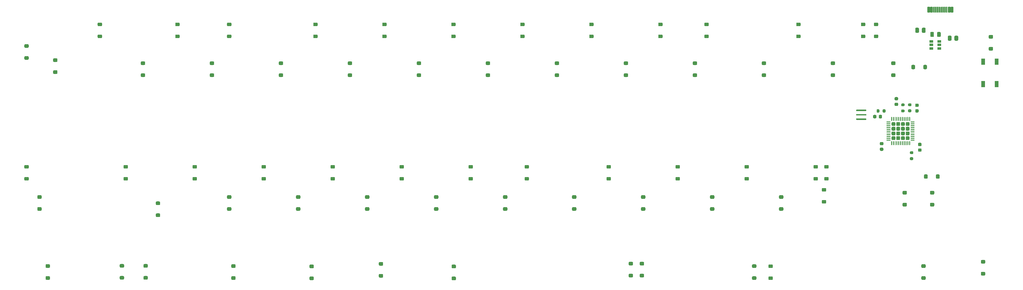
<source format=gbr>
G04 #@! TF.GenerationSoftware,KiCad,Pcbnew,(5.1.10)-1*
G04 #@! TF.CreationDate,2021-10-12T23:34:01+09:00*
G04 #@! TF.ProjectId,Joker60-NoArrows,4a6f6b65-7236-4302-9d4e-6f4172726f77,pre-Alpha*
G04 #@! TF.SameCoordinates,Original*
G04 #@! TF.FileFunction,Paste,Top*
G04 #@! TF.FilePolarity,Positive*
%FSLAX46Y46*%
G04 Gerber Fmt 4.6, Leading zero omitted, Abs format (unit mm)*
G04 Created by KiCad (PCBNEW (5.1.10)-1) date 2021-10-12 23:34:01*
%MOMM*%
%LPD*%
G01*
G04 APERTURE LIST*
%ADD10R,1.060000X0.650000*%
%ADD11R,1.100000X1.800000*%
G04 APERTURE END LIST*
G36*
G01*
X316760500Y-93775015D02*
X316060500Y-93775015D01*
G75*
G02*
X315810500Y-93525015I0J250000D01*
G01*
X315810500Y-93025015D01*
G75*
G02*
X316060500Y-92775015I250000J0D01*
G01*
X316760500Y-92775015D01*
G75*
G02*
X317010500Y-93025015I0J-250000D01*
G01*
X317010500Y-93525015D01*
G75*
G02*
X316760500Y-93775015I-250000J0D01*
G01*
G37*
G36*
G01*
X316760500Y-97075015D02*
X316060500Y-97075015D01*
G75*
G02*
X315810500Y-96825015I0J250000D01*
G01*
X315810500Y-96325015D01*
G75*
G02*
X316060500Y-96075015I250000J0D01*
G01*
X316760500Y-96075015D01*
G75*
G02*
X317010500Y-96325015I0J-250000D01*
G01*
X317010500Y-96825015D01*
G75*
G02*
X316760500Y-97075015I-250000J0D01*
G01*
G37*
G36*
G01*
X273526250Y-93775015D02*
X272826250Y-93775015D01*
G75*
G02*
X272576250Y-93525015I0J250000D01*
G01*
X272576250Y-93025015D01*
G75*
G02*
X272826250Y-92775015I250000J0D01*
G01*
X273526250Y-92775015D01*
G75*
G02*
X273776250Y-93025015I0J-250000D01*
G01*
X273776250Y-93525015D01*
G75*
G02*
X273526250Y-93775015I-250000J0D01*
G01*
G37*
G36*
G01*
X273526250Y-97075015D02*
X272826250Y-97075015D01*
G75*
G02*
X272576250Y-96825015I0J250000D01*
G01*
X272576250Y-96325015D01*
G75*
G02*
X272826250Y-96075015I250000J0D01*
G01*
X273526250Y-96075015D01*
G75*
G02*
X273776250Y-96325015I0J-250000D01*
G01*
X273776250Y-96825015D01*
G75*
G02*
X273526250Y-97075015I-250000J0D01*
G01*
G37*
G36*
G01*
X121366800Y-145422000D02*
X122066800Y-145422000D01*
G75*
G02*
X122316800Y-145672000I0J-250000D01*
G01*
X122316800Y-146172000D01*
G75*
G02*
X122066800Y-146422000I-250000J0D01*
G01*
X121366800Y-146422000D01*
G75*
G02*
X121116800Y-146172000I0J250000D01*
G01*
X121116800Y-145672000D01*
G75*
G02*
X121366800Y-145422000I250000J0D01*
G01*
G37*
G36*
G01*
X121366800Y-142122000D02*
X122066800Y-142122000D01*
G75*
G02*
X122316800Y-142372000I0J-250000D01*
G01*
X122316800Y-142872000D01*
G75*
G02*
X122066800Y-143122000I-250000J0D01*
G01*
X121366800Y-143122000D01*
G75*
G02*
X121116800Y-142872000I0J250000D01*
G01*
X121116800Y-142372000D01*
G75*
G02*
X121366800Y-142122000I250000J0D01*
G01*
G37*
G36*
G01*
X298901050Y-93775015D02*
X298201050Y-93775015D01*
G75*
G02*
X297951050Y-93525015I0J250000D01*
G01*
X297951050Y-93025015D01*
G75*
G02*
X298201050Y-92775015I250000J0D01*
G01*
X298901050Y-92775015D01*
G75*
G02*
X299151050Y-93025015I0J-250000D01*
G01*
X299151050Y-93525015D01*
G75*
G02*
X298901050Y-93775015I-250000J0D01*
G01*
G37*
G36*
G01*
X298901050Y-97075015D02*
X298201050Y-97075015D01*
G75*
G02*
X297951050Y-96825015I0J250000D01*
G01*
X297951050Y-96325015D01*
G75*
G02*
X298201050Y-96075015I250000J0D01*
G01*
X298901050Y-96075015D01*
G75*
G02*
X299151050Y-96325015I0J-250000D01*
G01*
X299151050Y-96825015D01*
G75*
G02*
X298901050Y-97075015I-250000J0D01*
G01*
G37*
G36*
G01*
X260800890Y-93775015D02*
X260100890Y-93775015D01*
G75*
G02*
X259850890Y-93525015I0J250000D01*
G01*
X259850890Y-93025015D01*
G75*
G02*
X260100890Y-92775015I250000J0D01*
G01*
X260800890Y-92775015D01*
G75*
G02*
X261050890Y-93025015I0J-250000D01*
G01*
X261050890Y-93525015D01*
G75*
G02*
X260800890Y-93775015I-250000J0D01*
G01*
G37*
G36*
G01*
X260800890Y-97075015D02*
X260100890Y-97075015D01*
G75*
G02*
X259850890Y-96825015I0J250000D01*
G01*
X259850890Y-96325015D01*
G75*
G02*
X260100890Y-96075015I250000J0D01*
G01*
X260800890Y-96075015D01*
G75*
G02*
X261050890Y-96325015I0J-250000D01*
G01*
X261050890Y-96825015D01*
G75*
G02*
X260800890Y-97075015I-250000J0D01*
G01*
G37*
G36*
G01*
X241750810Y-93775015D02*
X241050810Y-93775015D01*
G75*
G02*
X240800810Y-93525015I0J250000D01*
G01*
X240800810Y-93025015D01*
G75*
G02*
X241050810Y-92775015I250000J0D01*
G01*
X241750810Y-92775015D01*
G75*
G02*
X242000810Y-93025015I0J-250000D01*
G01*
X242000810Y-93525015D01*
G75*
G02*
X241750810Y-93775015I-250000J0D01*
G01*
G37*
G36*
G01*
X241750810Y-97075015D02*
X241050810Y-97075015D01*
G75*
G02*
X240800810Y-96825015I0J250000D01*
G01*
X240800810Y-96325015D01*
G75*
G02*
X241050810Y-96075015I250000J0D01*
G01*
X241750810Y-96075015D01*
G75*
G02*
X242000810Y-96325015I0J-250000D01*
G01*
X242000810Y-96825015D01*
G75*
G02*
X241750810Y-97075015I-250000J0D01*
G01*
G37*
G36*
G01*
X222700730Y-93775015D02*
X222000730Y-93775015D01*
G75*
G02*
X221750730Y-93525015I0J250000D01*
G01*
X221750730Y-93025015D01*
G75*
G02*
X222000730Y-92775015I250000J0D01*
G01*
X222700730Y-92775015D01*
G75*
G02*
X222950730Y-93025015I0J-250000D01*
G01*
X222950730Y-93525015D01*
G75*
G02*
X222700730Y-93775015I-250000J0D01*
G01*
G37*
G36*
G01*
X222700730Y-97075015D02*
X222000730Y-97075015D01*
G75*
G02*
X221750730Y-96825015I0J250000D01*
G01*
X221750730Y-96325015D01*
G75*
G02*
X222000730Y-96075015I250000J0D01*
G01*
X222700730Y-96075015D01*
G75*
G02*
X222950730Y-96325015I0J-250000D01*
G01*
X222950730Y-96825015D01*
G75*
G02*
X222700730Y-97075015I-250000J0D01*
G01*
G37*
G36*
G01*
X88650170Y-143700215D02*
X89350170Y-143700215D01*
G75*
G02*
X89600170Y-143950215I0J-250000D01*
G01*
X89600170Y-144450215D01*
G75*
G02*
X89350170Y-144700215I-250000J0D01*
G01*
X88650170Y-144700215D01*
G75*
G02*
X88400170Y-144450215I0J250000D01*
G01*
X88400170Y-143950215D01*
G75*
G02*
X88650170Y-143700215I250000J0D01*
G01*
G37*
G36*
G01*
X88650170Y-140400215D02*
X89350170Y-140400215D01*
G75*
G02*
X89600170Y-140650215I0J-250000D01*
G01*
X89600170Y-141150215D01*
G75*
G02*
X89350170Y-141400215I-250000J0D01*
G01*
X88650170Y-141400215D01*
G75*
G02*
X88400170Y-141150215I0J250000D01*
G01*
X88400170Y-140650215D01*
G75*
G02*
X88650170Y-140400215I250000J0D01*
G01*
G37*
G36*
G01*
X203650650Y-93775015D02*
X202950650Y-93775015D01*
G75*
G02*
X202700650Y-93525015I0J250000D01*
G01*
X202700650Y-93025015D01*
G75*
G02*
X202950650Y-92775015I250000J0D01*
G01*
X203650650Y-92775015D01*
G75*
G02*
X203900650Y-93025015I0J-250000D01*
G01*
X203900650Y-93525015D01*
G75*
G02*
X203650650Y-93775015I-250000J0D01*
G01*
G37*
G36*
G01*
X203650650Y-97075015D02*
X202950650Y-97075015D01*
G75*
G02*
X202700650Y-96825015I0J250000D01*
G01*
X202700650Y-96325015D01*
G75*
G02*
X202950650Y-96075015I250000J0D01*
G01*
X203650650Y-96075015D01*
G75*
G02*
X203900650Y-96325015I0J-250000D01*
G01*
X203900650Y-96825015D01*
G75*
G02*
X203650650Y-97075015I-250000J0D01*
G01*
G37*
G36*
G01*
X184600570Y-93775015D02*
X183900570Y-93775015D01*
G75*
G02*
X183650570Y-93525015I0J250000D01*
G01*
X183650570Y-93025015D01*
G75*
G02*
X183900570Y-92775015I250000J0D01*
G01*
X184600570Y-92775015D01*
G75*
G02*
X184850570Y-93025015I0J-250000D01*
G01*
X184850570Y-93525015D01*
G75*
G02*
X184600570Y-93775015I-250000J0D01*
G01*
G37*
G36*
G01*
X184600570Y-97075015D02*
X183900570Y-97075015D01*
G75*
G02*
X183650570Y-96825015I0J250000D01*
G01*
X183650570Y-96325015D01*
G75*
G02*
X183900570Y-96075015I250000J0D01*
G01*
X184600570Y-96075015D01*
G75*
G02*
X184850570Y-96325015I0J-250000D01*
G01*
X184850570Y-96825015D01*
G75*
G02*
X184600570Y-97075015I-250000J0D01*
G01*
G37*
G36*
G01*
X320332390Y-93775015D02*
X319632390Y-93775015D01*
G75*
G02*
X319382390Y-93525015I0J250000D01*
G01*
X319382390Y-93025015D01*
G75*
G02*
X319632390Y-92775015I250000J0D01*
G01*
X320332390Y-92775015D01*
G75*
G02*
X320582390Y-93025015I0J-250000D01*
G01*
X320582390Y-93525015D01*
G75*
G02*
X320332390Y-93775015I-250000J0D01*
G01*
G37*
G36*
G01*
X320332390Y-97075015D02*
X319632390Y-97075015D01*
G75*
G02*
X319382390Y-96825015I0J250000D01*
G01*
X319382390Y-96325015D01*
G75*
G02*
X319632390Y-96075015I250000J0D01*
G01*
X320332390Y-96075015D01*
G75*
G02*
X320582390Y-96325015I0J-250000D01*
G01*
X320582390Y-96825015D01*
G75*
G02*
X320332390Y-97075015I-250000J0D01*
G01*
G37*
G36*
G01*
X327655600Y-115881600D02*
X327105600Y-115881600D01*
G75*
G02*
X326905600Y-115681600I0J200000D01*
G01*
X326905600Y-115281600D01*
G75*
G02*
X327105600Y-115081600I200000J0D01*
G01*
X327655600Y-115081600D01*
G75*
G02*
X327855600Y-115281600I0J-200000D01*
G01*
X327855600Y-115681600D01*
G75*
G02*
X327655600Y-115881600I-200000J0D01*
G01*
G37*
G36*
G01*
X327655600Y-117531600D02*
X327105600Y-117531600D01*
G75*
G02*
X326905600Y-117331600I0J200000D01*
G01*
X326905600Y-116931600D01*
G75*
G02*
X327105600Y-116731600I200000J0D01*
G01*
X327655600Y-116731600D01*
G75*
G02*
X327855600Y-116931600I0J-200000D01*
G01*
X327855600Y-117331600D01*
G75*
G02*
X327655600Y-117531600I-200000J0D01*
G01*
G37*
G36*
G01*
X330068600Y-129064200D02*
X329518600Y-129064200D01*
G75*
G02*
X329318600Y-128864200I0J200000D01*
G01*
X329318600Y-128464200D01*
G75*
G02*
X329518600Y-128264200I200000J0D01*
G01*
X330068600Y-128264200D01*
G75*
G02*
X330268600Y-128464200I0J-200000D01*
G01*
X330268600Y-128864200D01*
G75*
G02*
X330068600Y-129064200I-200000J0D01*
G01*
G37*
G36*
G01*
X330068600Y-130714200D02*
X329518600Y-130714200D01*
G75*
G02*
X329318600Y-130514200I0J200000D01*
G01*
X329318600Y-130114200D01*
G75*
G02*
X329518600Y-129914200I200000J0D01*
G01*
X330068600Y-129914200D01*
G75*
G02*
X330268600Y-130114200I0J-200000D01*
G01*
X330268600Y-130514200D01*
G75*
G02*
X330068600Y-130714200I-200000J0D01*
G01*
G37*
G36*
G01*
X321785800Y-117419800D02*
X321785800Y-116869800D01*
G75*
G02*
X321985800Y-116669800I200000J0D01*
G01*
X322385800Y-116669800D01*
G75*
G02*
X322585800Y-116869800I0J-200000D01*
G01*
X322585800Y-117419800D01*
G75*
G02*
X322385800Y-117619800I-200000J0D01*
G01*
X321985800Y-117619800D01*
G75*
G02*
X321785800Y-117419800I0J200000D01*
G01*
G37*
G36*
G01*
X320135800Y-117419800D02*
X320135800Y-116869800D01*
G75*
G02*
X320335800Y-116669800I200000J0D01*
G01*
X320735800Y-116669800D01*
G75*
G02*
X320935800Y-116869800I0J-200000D01*
G01*
X320935800Y-117419800D01*
G75*
G02*
X320735800Y-117619800I-200000J0D01*
G01*
X320335800Y-117619800D01*
G75*
G02*
X320135800Y-117419800I0J200000D01*
G01*
G37*
G36*
G01*
X331516800Y-116032400D02*
X331016800Y-116032400D01*
G75*
G02*
X330791800Y-115807400I0J225000D01*
G01*
X330791800Y-115357400D01*
G75*
G02*
X331016800Y-115132400I225000J0D01*
G01*
X331516800Y-115132400D01*
G75*
G02*
X331741800Y-115357400I0J-225000D01*
G01*
X331741800Y-115807400D01*
G75*
G02*
X331516800Y-116032400I-225000J0D01*
G01*
G37*
G36*
G01*
X331516800Y-117582400D02*
X331016800Y-117582400D01*
G75*
G02*
X330791800Y-117357400I0J225000D01*
G01*
X330791800Y-116907400D01*
G75*
G02*
X331016800Y-116682400I225000J0D01*
G01*
X331516800Y-116682400D01*
G75*
G02*
X331741800Y-116907400I0J-225000D01*
G01*
X331741800Y-117357400D01*
G75*
G02*
X331516800Y-117582400I-225000J0D01*
G01*
G37*
G36*
G01*
X320070600Y-118469600D02*
X320070600Y-118969600D01*
G75*
G02*
X319845600Y-119194600I-225000J0D01*
G01*
X319395600Y-119194600D01*
G75*
G02*
X319170600Y-118969600I0J225000D01*
G01*
X319170600Y-118469600D01*
G75*
G02*
X319395600Y-118244600I225000J0D01*
G01*
X319845600Y-118244600D01*
G75*
G02*
X320070600Y-118469600I0J-225000D01*
G01*
G37*
G36*
G01*
X321620600Y-118469600D02*
X321620600Y-118969600D01*
G75*
G02*
X321395600Y-119194600I-225000J0D01*
G01*
X320945600Y-119194600D01*
G75*
G02*
X320720600Y-118969600I0J225000D01*
G01*
X320720600Y-118469600D01*
G75*
G02*
X320945600Y-118244600I225000J0D01*
G01*
X321395600Y-118244600D01*
G75*
G02*
X321620600Y-118469600I0J-225000D01*
G01*
G37*
G36*
G01*
X329560600Y-115856200D02*
X329010600Y-115856200D01*
G75*
G02*
X328810600Y-115656200I0J200000D01*
G01*
X328810600Y-115256200D01*
G75*
G02*
X329010600Y-115056200I200000J0D01*
G01*
X329560600Y-115056200D01*
G75*
G02*
X329760600Y-115256200I0J-200000D01*
G01*
X329760600Y-115656200D01*
G75*
G02*
X329560600Y-115856200I-200000J0D01*
G01*
G37*
G36*
G01*
X329560600Y-117506200D02*
X329010600Y-117506200D01*
G75*
G02*
X328810600Y-117306200I0J200000D01*
G01*
X328810600Y-116906200D01*
G75*
G02*
X329010600Y-116706200I200000J0D01*
G01*
X329560600Y-116706200D01*
G75*
G02*
X329760600Y-116906200I0J-200000D01*
G01*
X329760600Y-117306200D01*
G75*
G02*
X329560600Y-117506200I-200000J0D01*
G01*
G37*
G36*
G01*
X284613490Y-133065805D02*
X283913490Y-133065805D01*
G75*
G02*
X283663490Y-132815805I0J250000D01*
G01*
X283663490Y-132315805D01*
G75*
G02*
X283913490Y-132065805I250000J0D01*
G01*
X284613490Y-132065805D01*
G75*
G02*
X284863490Y-132315805I0J-250000D01*
G01*
X284863490Y-132815805D01*
G75*
G02*
X284613490Y-133065805I-250000J0D01*
G01*
G37*
G36*
G01*
X284613490Y-136365805D02*
X283913490Y-136365805D01*
G75*
G02*
X283663490Y-136115805I0J250000D01*
G01*
X283663490Y-135615805D01*
G75*
G02*
X283913490Y-135365805I250000J0D01*
G01*
X284613490Y-135365805D01*
G75*
G02*
X284863490Y-135615805I0J-250000D01*
G01*
X284863490Y-136115805D01*
G75*
G02*
X284613490Y-136365805I-250000J0D01*
G01*
G37*
G36*
G01*
X306640346Y-133065589D02*
X305940346Y-133065589D01*
G75*
G02*
X305690346Y-132815589I0J250000D01*
G01*
X305690346Y-132315589D01*
G75*
G02*
X305940346Y-132065589I250000J0D01*
G01*
X306640346Y-132065589D01*
G75*
G02*
X306890346Y-132315589I0J-250000D01*
G01*
X306890346Y-132815589D01*
G75*
G02*
X306640346Y-133065589I-250000J0D01*
G01*
G37*
G36*
G01*
X306640346Y-136365589D02*
X305940346Y-136365589D01*
G75*
G02*
X305690346Y-136115589I0J250000D01*
G01*
X305690346Y-135615589D01*
G75*
G02*
X305940346Y-135365589I250000J0D01*
G01*
X306640346Y-135365589D01*
G75*
G02*
X306890346Y-135615589I0J-250000D01*
G01*
X306890346Y-136115589D01*
G75*
G02*
X306640346Y-136365589I-250000J0D01*
G01*
G37*
G36*
G01*
X246513330Y-133065805D02*
X245813330Y-133065805D01*
G75*
G02*
X245563330Y-132815805I0J250000D01*
G01*
X245563330Y-132315805D01*
G75*
G02*
X245813330Y-132065805I250000J0D01*
G01*
X246513330Y-132065805D01*
G75*
G02*
X246763330Y-132315805I0J-250000D01*
G01*
X246763330Y-132815805D01*
G75*
G02*
X246513330Y-133065805I-250000J0D01*
G01*
G37*
G36*
G01*
X246513330Y-136365805D02*
X245813330Y-136365805D01*
G75*
G02*
X245563330Y-136115805I0J250000D01*
G01*
X245563330Y-135615805D01*
G75*
G02*
X245813330Y-135365805I250000J0D01*
G01*
X246513330Y-135365805D01*
G75*
G02*
X246763330Y-135615805I0J-250000D01*
G01*
X246763330Y-136115805D01*
G75*
G02*
X246513330Y-136365805I-250000J0D01*
G01*
G37*
G36*
G01*
X303663570Y-133065805D02*
X302963570Y-133065805D01*
G75*
G02*
X302713570Y-132815805I0J250000D01*
G01*
X302713570Y-132315805D01*
G75*
G02*
X302963570Y-132065805I250000J0D01*
G01*
X303663570Y-132065805D01*
G75*
G02*
X303913570Y-132315805I0J-250000D01*
G01*
X303913570Y-132815805D01*
G75*
G02*
X303663570Y-133065805I-250000J0D01*
G01*
G37*
G36*
G01*
X303663570Y-136365805D02*
X302963570Y-136365805D01*
G75*
G02*
X302713570Y-136115805I0J250000D01*
G01*
X302713570Y-135615805D01*
G75*
G02*
X302963570Y-135365805I250000J0D01*
G01*
X303663570Y-135365805D01*
G75*
G02*
X303913570Y-135615805I0J-250000D01*
G01*
X303913570Y-136115805D01*
G75*
G02*
X303663570Y-136365805I-250000J0D01*
G01*
G37*
G36*
G01*
X255338290Y-143700215D02*
X256038290Y-143700215D01*
G75*
G02*
X256288290Y-143950215I0J-250000D01*
G01*
X256288290Y-144450215D01*
G75*
G02*
X256038290Y-144700215I-250000J0D01*
G01*
X255338290Y-144700215D01*
G75*
G02*
X255088290Y-144450215I0J250000D01*
G01*
X255088290Y-143950215D01*
G75*
G02*
X255338290Y-143700215I250000J0D01*
G01*
G37*
G36*
G01*
X255338290Y-140400215D02*
X256038290Y-140400215D01*
G75*
G02*
X256288290Y-140650215I0J-250000D01*
G01*
X256288290Y-141150215D01*
G75*
G02*
X256038290Y-141400215I-250000J0D01*
G01*
X255338290Y-141400215D01*
G75*
G02*
X255088290Y-141150215I0J250000D01*
G01*
X255088290Y-140650215D01*
G75*
G02*
X255338290Y-140400215I250000J0D01*
G01*
G37*
G36*
G01*
X217238130Y-143700215D02*
X217938130Y-143700215D01*
G75*
G02*
X218188130Y-143950215I0J-250000D01*
G01*
X218188130Y-144450215D01*
G75*
G02*
X217938130Y-144700215I-250000J0D01*
G01*
X217238130Y-144700215D01*
G75*
G02*
X216988130Y-144450215I0J250000D01*
G01*
X216988130Y-143950215D01*
G75*
G02*
X217238130Y-143700215I250000J0D01*
G01*
G37*
G36*
G01*
X217238130Y-140400215D02*
X217938130Y-140400215D01*
G75*
G02*
X218188130Y-140650215I0J-250000D01*
G01*
X218188130Y-141150215D01*
G75*
G02*
X217938130Y-141400215I-250000J0D01*
G01*
X217238130Y-141400215D01*
G75*
G02*
X216988130Y-141150215I0J250000D01*
G01*
X216988130Y-140650215D01*
G75*
G02*
X217238130Y-140400215I250000J0D01*
G01*
G37*
G36*
G01*
X179137970Y-143700215D02*
X179837970Y-143700215D01*
G75*
G02*
X180087970Y-143950215I0J-250000D01*
G01*
X180087970Y-144450215D01*
G75*
G02*
X179837970Y-144700215I-250000J0D01*
G01*
X179137970Y-144700215D01*
G75*
G02*
X178887970Y-144450215I0J250000D01*
G01*
X178887970Y-143950215D01*
G75*
G02*
X179137970Y-143700215I250000J0D01*
G01*
G37*
G36*
G01*
X179137970Y-140400215D02*
X179837970Y-140400215D01*
G75*
G02*
X180087970Y-140650215I0J-250000D01*
G01*
X180087970Y-141150215D01*
G75*
G02*
X179837970Y-141400215I-250000J0D01*
G01*
X179137970Y-141400215D01*
G75*
G02*
X178887970Y-141150215I0J250000D01*
G01*
X178887970Y-140650215D01*
G75*
G02*
X179137970Y-140400215I250000J0D01*
G01*
G37*
G36*
G01*
X265563410Y-133065805D02*
X264863410Y-133065805D01*
G75*
G02*
X264613410Y-132815805I0J250000D01*
G01*
X264613410Y-132315805D01*
G75*
G02*
X264863410Y-132065805I250000J0D01*
G01*
X265563410Y-132065805D01*
G75*
G02*
X265813410Y-132315805I0J-250000D01*
G01*
X265813410Y-132815805D01*
G75*
G02*
X265563410Y-133065805I-250000J0D01*
G01*
G37*
G36*
G01*
X265563410Y-136365805D02*
X264863410Y-136365805D01*
G75*
G02*
X264613410Y-136115805I0J250000D01*
G01*
X264613410Y-135615805D01*
G75*
G02*
X264863410Y-135365805I250000J0D01*
G01*
X265563410Y-135365805D01*
G75*
G02*
X265813410Y-135615805I0J-250000D01*
G01*
X265813410Y-136115805D01*
G75*
G02*
X265563410Y-136365805I-250000J0D01*
G01*
G37*
G36*
G01*
X223891360Y-133065805D02*
X223191360Y-133065805D01*
G75*
G02*
X222941360Y-132815805I0J250000D01*
G01*
X222941360Y-132315805D01*
G75*
G02*
X223191360Y-132065805I250000J0D01*
G01*
X223891360Y-132065805D01*
G75*
G02*
X224141360Y-132315805I0J-250000D01*
G01*
X224141360Y-132815805D01*
G75*
G02*
X223891360Y-133065805I-250000J0D01*
G01*
G37*
G36*
G01*
X223891360Y-136365805D02*
X223191360Y-136365805D01*
G75*
G02*
X222941360Y-136115805I0J250000D01*
G01*
X222941360Y-135615805D01*
G75*
G02*
X223191360Y-135365805I250000J0D01*
G01*
X223891360Y-135365805D01*
G75*
G02*
X224141360Y-135615805I0J-250000D01*
G01*
X224141360Y-136115805D01*
G75*
G02*
X223891360Y-136365805I-250000J0D01*
G01*
G37*
G36*
G01*
X189363090Y-133065805D02*
X188663090Y-133065805D01*
G75*
G02*
X188413090Y-132815805I0J250000D01*
G01*
X188413090Y-132315805D01*
G75*
G02*
X188663090Y-132065805I250000J0D01*
G01*
X189363090Y-132065805D01*
G75*
G02*
X189613090Y-132315805I0J-250000D01*
G01*
X189613090Y-132815805D01*
G75*
G02*
X189363090Y-133065805I-250000J0D01*
G01*
G37*
G36*
G01*
X189363090Y-136365805D02*
X188663090Y-136365805D01*
G75*
G02*
X188413090Y-136115805I0J250000D01*
G01*
X188413090Y-135615805D01*
G75*
G02*
X188663090Y-135365805I250000J0D01*
G01*
X189363090Y-135365805D01*
G75*
G02*
X189613090Y-135615805I0J-250000D01*
G01*
X189613090Y-136115805D01*
G75*
G02*
X189363090Y-136365805I-250000J0D01*
G01*
G37*
G36*
G01*
X170313010Y-133065805D02*
X169613010Y-133065805D01*
G75*
G02*
X169363010Y-132815805I0J250000D01*
G01*
X169363010Y-132315805D01*
G75*
G02*
X169613010Y-132065805I250000J0D01*
G01*
X170313010Y-132065805D01*
G75*
G02*
X170563010Y-132315805I0J-250000D01*
G01*
X170563010Y-132815805D01*
G75*
G02*
X170313010Y-133065805I-250000J0D01*
G01*
G37*
G36*
G01*
X170313010Y-136365805D02*
X169613010Y-136365805D01*
G75*
G02*
X169363010Y-136115805I0J250000D01*
G01*
X169363010Y-135615805D01*
G75*
G02*
X169613010Y-135365805I250000J0D01*
G01*
X170313010Y-135365805D01*
G75*
G02*
X170563010Y-135615805I0J-250000D01*
G01*
X170563010Y-136115805D01*
G75*
G02*
X170313010Y-136365805I-250000J0D01*
G01*
G37*
G36*
G01*
X251935150Y-162073725D02*
X252635150Y-162073725D01*
G75*
G02*
X252885150Y-162323725I0J-250000D01*
G01*
X252885150Y-162823725D01*
G75*
G02*
X252635150Y-163073725I-250000J0D01*
G01*
X251935150Y-163073725D01*
G75*
G02*
X251685150Y-162823725I0J250000D01*
G01*
X251685150Y-162323725D01*
G75*
G02*
X251935150Y-162073725I250000J0D01*
G01*
G37*
G36*
G01*
X251935150Y-158773725D02*
X252635150Y-158773725D01*
G75*
G02*
X252885150Y-159023725I0J-250000D01*
G01*
X252885150Y-159523725D01*
G75*
G02*
X252635150Y-159773725I-250000J0D01*
G01*
X251935150Y-159773725D01*
G75*
G02*
X251685150Y-159523725I0J250000D01*
G01*
X251685150Y-159023725D01*
G75*
G02*
X251935150Y-158773725I250000J0D01*
G01*
G37*
G36*
G01*
X293438450Y-143700215D02*
X294138450Y-143700215D01*
G75*
G02*
X294388450Y-143950215I0J-250000D01*
G01*
X294388450Y-144450215D01*
G75*
G02*
X294138450Y-144700215I-250000J0D01*
G01*
X293438450Y-144700215D01*
G75*
G02*
X293188450Y-144450215I0J250000D01*
G01*
X293188450Y-143950215D01*
G75*
G02*
X293438450Y-143700215I250000J0D01*
G01*
G37*
G36*
G01*
X293438450Y-140400215D02*
X294138450Y-140400215D01*
G75*
G02*
X294388450Y-140650215I0J-250000D01*
G01*
X294388450Y-141150215D01*
G75*
G02*
X294138450Y-141400215I-250000J0D01*
G01*
X293438450Y-141400215D01*
G75*
G02*
X293188450Y-141150215I0J250000D01*
G01*
X293188450Y-140650215D01*
G75*
G02*
X293438450Y-140400215I250000J0D01*
G01*
G37*
G36*
G01*
X274388370Y-143700215D02*
X275088370Y-143700215D01*
G75*
G02*
X275338370Y-143950215I0J-250000D01*
G01*
X275338370Y-144450215D01*
G75*
G02*
X275088370Y-144700215I-250000J0D01*
G01*
X274388370Y-144700215D01*
G75*
G02*
X274138370Y-144450215I0J250000D01*
G01*
X274138370Y-143950215D01*
G75*
G02*
X274388370Y-143700215I250000J0D01*
G01*
G37*
G36*
G01*
X274388370Y-140400215D02*
X275088370Y-140400215D01*
G75*
G02*
X275338370Y-140650215I0J-250000D01*
G01*
X275338370Y-141150215D01*
G75*
G02*
X275088370Y-141400215I-250000J0D01*
G01*
X274388370Y-141400215D01*
G75*
G02*
X274138370Y-141150215I0J250000D01*
G01*
X274138370Y-140650215D01*
G75*
G02*
X274388370Y-140400215I250000J0D01*
G01*
G37*
G36*
G01*
X160087890Y-143700215D02*
X160787890Y-143700215D01*
G75*
G02*
X161037890Y-143950215I0J-250000D01*
G01*
X161037890Y-144450215D01*
G75*
G02*
X160787890Y-144700215I-250000J0D01*
G01*
X160087890Y-144700215D01*
G75*
G02*
X159837890Y-144450215I0J250000D01*
G01*
X159837890Y-143950215D01*
G75*
G02*
X160087890Y-143700215I250000J0D01*
G01*
G37*
G36*
G01*
X160087890Y-140400215D02*
X160787890Y-140400215D01*
G75*
G02*
X161037890Y-140650215I0J-250000D01*
G01*
X161037890Y-141150215D01*
G75*
G02*
X160787890Y-141400215I-250000J0D01*
G01*
X160087890Y-141400215D01*
G75*
G02*
X159837890Y-141150215I0J250000D01*
G01*
X159837890Y-140650215D01*
G75*
G02*
X160087890Y-140400215I250000J0D01*
G01*
G37*
G36*
G01*
X198188050Y-143700215D02*
X198888050Y-143700215D01*
G75*
G02*
X199138050Y-143950215I0J-250000D01*
G01*
X199138050Y-144450215D01*
G75*
G02*
X198888050Y-144700215I-250000J0D01*
G01*
X198188050Y-144700215D01*
G75*
G02*
X197938050Y-144450215I0J250000D01*
G01*
X197938050Y-143950215D01*
G75*
G02*
X198188050Y-143700215I250000J0D01*
G01*
G37*
G36*
G01*
X198188050Y-140400215D02*
X198888050Y-140400215D01*
G75*
G02*
X199138050Y-140650215I0J-250000D01*
G01*
X199138050Y-141150215D01*
G75*
G02*
X198888050Y-141400215I-250000J0D01*
G01*
X198188050Y-141400215D01*
G75*
G02*
X197938050Y-141150215I0J250000D01*
G01*
X197938050Y-140650215D01*
G75*
G02*
X198188050Y-140400215I250000J0D01*
G01*
G37*
G36*
G01*
X208413170Y-133065805D02*
X207713170Y-133065805D01*
G75*
G02*
X207463170Y-132815805I0J250000D01*
G01*
X207463170Y-132315805D01*
G75*
G02*
X207713170Y-132065805I250000J0D01*
G01*
X208413170Y-132065805D01*
G75*
G02*
X208663170Y-132315805I0J-250000D01*
G01*
X208663170Y-132815805D01*
G75*
G02*
X208413170Y-133065805I-250000J0D01*
G01*
G37*
G36*
G01*
X208413170Y-136365805D02*
X207713170Y-136365805D01*
G75*
G02*
X207463170Y-136115805I0J250000D01*
G01*
X207463170Y-135615805D01*
G75*
G02*
X207713170Y-135365805I250000J0D01*
G01*
X208413170Y-135365805D01*
G75*
G02*
X208663170Y-135615805I0J-250000D01*
G01*
X208663170Y-136115805D01*
G75*
G02*
X208413170Y-136365805I-250000J0D01*
G01*
G37*
G36*
G01*
X141037810Y-143700215D02*
X141737810Y-143700215D01*
G75*
G02*
X141987810Y-143950215I0J-250000D01*
G01*
X141987810Y-144450215D01*
G75*
G02*
X141737810Y-144700215I-250000J0D01*
G01*
X141037810Y-144700215D01*
G75*
G02*
X140787810Y-144450215I0J250000D01*
G01*
X140787810Y-143950215D01*
G75*
G02*
X141037810Y-143700215I250000J0D01*
G01*
G37*
G36*
G01*
X141037810Y-140400215D02*
X141737810Y-140400215D01*
G75*
G02*
X141987810Y-140650215I0J-250000D01*
G01*
X141987810Y-141150215D01*
G75*
G02*
X141737810Y-141400215I-250000J0D01*
G01*
X141037810Y-141400215D01*
G75*
G02*
X140787810Y-141150215I0J250000D01*
G01*
X140787810Y-140650215D01*
G75*
G02*
X141037810Y-140400215I250000J0D01*
G01*
G37*
G36*
G01*
X236288210Y-143700215D02*
X236988210Y-143700215D01*
G75*
G02*
X237238210Y-143950215I0J-250000D01*
G01*
X237238210Y-144450215D01*
G75*
G02*
X236988210Y-144700215I-250000J0D01*
G01*
X236288210Y-144700215D01*
G75*
G02*
X236038210Y-144450215I0J250000D01*
G01*
X236038210Y-143950215D01*
G75*
G02*
X236288210Y-143700215I250000J0D01*
G01*
G37*
G36*
G01*
X236288210Y-140400215D02*
X236988210Y-140400215D01*
G75*
G02*
X237238210Y-140650215I0J-250000D01*
G01*
X237238210Y-141150215D01*
G75*
G02*
X236988210Y-141400215I-250000J0D01*
G01*
X236288210Y-141400215D01*
G75*
G02*
X236038210Y-141150215I0J250000D01*
G01*
X236038210Y-140650215D01*
G75*
G02*
X236288210Y-140400215I250000J0D01*
G01*
G37*
G36*
G01*
X132212850Y-133065805D02*
X131512850Y-133065805D01*
G75*
G02*
X131262850Y-132815805I0J250000D01*
G01*
X131262850Y-132315805D01*
G75*
G02*
X131512850Y-132065805I250000J0D01*
G01*
X132212850Y-132065805D01*
G75*
G02*
X132462850Y-132315805I0J-250000D01*
G01*
X132462850Y-132815805D01*
G75*
G02*
X132212850Y-133065805I-250000J0D01*
G01*
G37*
G36*
G01*
X132212850Y-136365805D02*
X131512850Y-136365805D01*
G75*
G02*
X131262850Y-136115805I0J250000D01*
G01*
X131262850Y-135615805D01*
G75*
G02*
X131512850Y-135365805I250000J0D01*
G01*
X132212850Y-135365805D01*
G75*
G02*
X132462850Y-135615805I0J-250000D01*
G01*
X132462850Y-136115805D01*
G75*
G02*
X132212850Y-136365805I-250000J0D01*
G01*
G37*
G36*
G01*
X305262800Y-141713600D02*
X305962800Y-141713600D01*
G75*
G02*
X306212800Y-141963600I0J-250000D01*
G01*
X306212800Y-142463600D01*
G75*
G02*
X305962800Y-142713600I-250000J0D01*
G01*
X305262800Y-142713600D01*
G75*
G02*
X305012800Y-142463600I0J250000D01*
G01*
X305012800Y-141963600D01*
G75*
G02*
X305262800Y-141713600I250000J0D01*
G01*
G37*
G36*
G01*
X305262800Y-138413600D02*
X305962800Y-138413600D01*
G75*
G02*
X306212800Y-138663600I0J-250000D01*
G01*
X306212800Y-139163600D01*
G75*
G02*
X305962800Y-139413600I-250000J0D01*
G01*
X305262800Y-139413600D01*
G75*
G02*
X305012800Y-139163600I0J250000D01*
G01*
X305012800Y-138663600D01*
G75*
G02*
X305262800Y-138413600I250000J0D01*
G01*
G37*
G36*
G01*
X113163750Y-133065625D02*
X112463750Y-133065625D01*
G75*
G02*
X112213750Y-132815625I0J250000D01*
G01*
X112213750Y-132315625D01*
G75*
G02*
X112463750Y-132065625I250000J0D01*
G01*
X113163750Y-132065625D01*
G75*
G02*
X113413750Y-132315625I0J-250000D01*
G01*
X113413750Y-132815625D01*
G75*
G02*
X113163750Y-133065625I-250000J0D01*
G01*
G37*
G36*
G01*
X113163750Y-136365625D02*
X112463750Y-136365625D01*
G75*
G02*
X112213750Y-136115625I0J250000D01*
G01*
X112213750Y-135615625D01*
G75*
G02*
X112463750Y-135365625I250000J0D01*
G01*
X113163750Y-135365625D01*
G75*
G02*
X113413750Y-135615625I0J-250000D01*
G01*
X113413750Y-136115625D01*
G75*
G02*
X113163750Y-136365625I-250000J0D01*
G01*
G37*
G36*
G01*
X290530800Y-162795085D02*
X291230800Y-162795085D01*
G75*
G02*
X291480800Y-163045085I0J-250000D01*
G01*
X291480800Y-163545085D01*
G75*
G02*
X291230800Y-163795085I-250000J0D01*
G01*
X290530800Y-163795085D01*
G75*
G02*
X290280800Y-163545085I0J250000D01*
G01*
X290280800Y-163045085D01*
G75*
G02*
X290530800Y-162795085I250000J0D01*
G01*
G37*
G36*
G01*
X290530800Y-159495085D02*
X291230800Y-159495085D01*
G75*
G02*
X291480800Y-159745085I0J-250000D01*
G01*
X291480800Y-160245085D01*
G75*
G02*
X291230800Y-160495085I-250000J0D01*
G01*
X290530800Y-160495085D01*
G75*
G02*
X290280800Y-160245085I0J250000D01*
G01*
X290280800Y-159745085D01*
G75*
G02*
X290530800Y-159495085I250000J0D01*
G01*
G37*
G36*
G01*
X117963200Y-162694000D02*
X118663200Y-162694000D01*
G75*
G02*
X118913200Y-162944000I0J-250000D01*
G01*
X118913200Y-163444000D01*
G75*
G02*
X118663200Y-163694000I-250000J0D01*
G01*
X117963200Y-163694000D01*
G75*
G02*
X117713200Y-163444000I0J250000D01*
G01*
X117713200Y-162944000D01*
G75*
G02*
X117963200Y-162694000I250000J0D01*
G01*
G37*
G36*
G01*
X117963200Y-159394000D02*
X118663200Y-159394000D01*
G75*
G02*
X118913200Y-159644000I0J-250000D01*
G01*
X118913200Y-160144000D01*
G75*
G02*
X118663200Y-160394000I-250000J0D01*
G01*
X117963200Y-160394000D01*
G75*
G02*
X117713200Y-160144000I0J250000D01*
G01*
X117713200Y-159644000D01*
G75*
G02*
X117963200Y-159394000I250000J0D01*
G01*
G37*
G36*
G01*
X111410000Y-162694000D02*
X112110000Y-162694000D01*
G75*
G02*
X112360000Y-162944000I0J-250000D01*
G01*
X112360000Y-163444000D01*
G75*
G02*
X112110000Y-163694000I-250000J0D01*
G01*
X111410000Y-163694000D01*
G75*
G02*
X111160000Y-163444000I0J250000D01*
G01*
X111160000Y-162944000D01*
G75*
G02*
X111410000Y-162694000I250000J0D01*
G01*
G37*
G36*
G01*
X111410000Y-159394000D02*
X112110000Y-159394000D01*
G75*
G02*
X112360000Y-159644000I0J-250000D01*
G01*
X112360000Y-160144000D01*
G75*
G02*
X112110000Y-160394000I-250000J0D01*
G01*
X111410000Y-160394000D01*
G75*
G02*
X111160000Y-160144000I0J250000D01*
G01*
X111160000Y-159644000D01*
G75*
G02*
X111410000Y-159394000I250000J0D01*
G01*
G37*
G36*
G01*
X90937600Y-162744800D02*
X91637600Y-162744800D01*
G75*
G02*
X91887600Y-162994800I0J-250000D01*
G01*
X91887600Y-163494800D01*
G75*
G02*
X91637600Y-163744800I-250000J0D01*
G01*
X90937600Y-163744800D01*
G75*
G02*
X90687600Y-163494800I0J250000D01*
G01*
X90687600Y-162994800D01*
G75*
G02*
X90937600Y-162744800I250000J0D01*
G01*
G37*
G36*
G01*
X90937600Y-159444800D02*
X91637600Y-159444800D01*
G75*
G02*
X91887600Y-159694800I0J-250000D01*
G01*
X91887600Y-160194800D01*
G75*
G02*
X91637600Y-160444800I-250000J0D01*
G01*
X90937600Y-160444800D01*
G75*
G02*
X90687600Y-160194800I0J250000D01*
G01*
X90687600Y-159694800D01*
G75*
G02*
X90937600Y-159444800I250000J0D01*
G01*
G37*
G36*
G01*
X85779375Y-133065625D02*
X85079375Y-133065625D01*
G75*
G02*
X84829375Y-132815625I0J250000D01*
G01*
X84829375Y-132315625D01*
G75*
G02*
X85079375Y-132065625I250000J0D01*
G01*
X85779375Y-132065625D01*
G75*
G02*
X86029375Y-132315625I0J-250000D01*
G01*
X86029375Y-132815625D01*
G75*
G02*
X85779375Y-133065625I-250000J0D01*
G01*
G37*
G36*
G01*
X85779375Y-136365625D02*
X85079375Y-136365625D01*
G75*
G02*
X84829375Y-136115625I0J250000D01*
G01*
X84829375Y-135615625D01*
G75*
G02*
X85079375Y-135365625I250000J0D01*
G01*
X85779375Y-135365625D01*
G75*
G02*
X86029375Y-135615625I0J-250000D01*
G01*
X86029375Y-136115625D01*
G75*
G02*
X85779375Y-136365625I-250000J0D01*
G01*
G37*
G36*
G01*
X151262930Y-133065805D02*
X150562930Y-133065805D01*
G75*
G02*
X150312930Y-132815805I0J250000D01*
G01*
X150312930Y-132315805D01*
G75*
G02*
X150562930Y-132065805I250000J0D01*
G01*
X151262930Y-132065805D01*
G75*
G02*
X151512930Y-132315805I0J-250000D01*
G01*
X151512930Y-132815805D01*
G75*
G02*
X151262930Y-133065805I-250000J0D01*
G01*
G37*
G36*
G01*
X151262930Y-136365805D02*
X150562930Y-136365805D01*
G75*
G02*
X150312930Y-136115805I0J250000D01*
G01*
X150312930Y-135615805D01*
G75*
G02*
X150562930Y-135365805I250000J0D01*
G01*
X151262930Y-135365805D01*
G75*
G02*
X151512930Y-135615805I0J-250000D01*
G01*
X151512930Y-136115805D01*
G75*
G02*
X151262930Y-136365805I-250000J0D01*
G01*
G37*
G36*
G01*
X327538250Y-142509375D02*
X328238250Y-142509375D01*
G75*
G02*
X328488250Y-142759375I0J-250000D01*
G01*
X328488250Y-143259375D01*
G75*
G02*
X328238250Y-143509375I-250000J0D01*
G01*
X327538250Y-143509375D01*
G75*
G02*
X327288250Y-143259375I0J250000D01*
G01*
X327288250Y-142759375D01*
G75*
G02*
X327538250Y-142509375I250000J0D01*
G01*
G37*
G36*
G01*
X327538250Y-139209375D02*
X328238250Y-139209375D01*
G75*
G02*
X328488250Y-139459375I0J-250000D01*
G01*
X328488250Y-139959375D01*
G75*
G02*
X328238250Y-140209375I-250000J0D01*
G01*
X327538250Y-140209375D01*
G75*
G02*
X327288250Y-139959375I0J250000D01*
G01*
X327288250Y-139459375D01*
G75*
G02*
X327538250Y-139209375I250000J0D01*
G01*
G37*
G36*
G01*
X231525770Y-106790685D02*
X232225770Y-106790685D01*
G75*
G02*
X232475770Y-107040685I0J-250000D01*
G01*
X232475770Y-107540685D01*
G75*
G02*
X232225770Y-107790685I-250000J0D01*
G01*
X231525770Y-107790685D01*
G75*
G02*
X231275770Y-107540685I0J250000D01*
G01*
X231275770Y-107040685D01*
G75*
G02*
X231525770Y-106790685I250000J0D01*
G01*
G37*
G36*
G01*
X231525770Y-103490685D02*
X232225770Y-103490685D01*
G75*
G02*
X232475770Y-103740685I0J-250000D01*
G01*
X232475770Y-104240685D01*
G75*
G02*
X232225770Y-104490685I-250000J0D01*
G01*
X231525770Y-104490685D01*
G75*
G02*
X231275770Y-104240685I0J250000D01*
G01*
X231275770Y-103740685D01*
G75*
G02*
X231525770Y-103490685I250000J0D01*
G01*
G37*
G36*
G01*
X307726090Y-106790685D02*
X308426090Y-106790685D01*
G75*
G02*
X308676090Y-107040685I0J-250000D01*
G01*
X308676090Y-107540685D01*
G75*
G02*
X308426090Y-107790685I-250000J0D01*
G01*
X307726090Y-107790685D01*
G75*
G02*
X307476090Y-107540685I0J250000D01*
G01*
X307476090Y-107040685D01*
G75*
G02*
X307726090Y-106790685I250000J0D01*
G01*
G37*
G36*
G01*
X307726090Y-103490685D02*
X308426090Y-103490685D01*
G75*
G02*
X308676090Y-103740685I0J-250000D01*
G01*
X308676090Y-104240685D01*
G75*
G02*
X308426090Y-104490685I-250000J0D01*
G01*
X307726090Y-104490685D01*
G75*
G02*
X307476090Y-104240685I0J250000D01*
G01*
X307476090Y-103740685D01*
G75*
G02*
X307726090Y-103490685I250000J0D01*
G01*
G37*
G36*
G01*
X269625930Y-106790685D02*
X270325930Y-106790685D01*
G75*
G02*
X270575930Y-107040685I0J-250000D01*
G01*
X270575930Y-107540685D01*
G75*
G02*
X270325930Y-107790685I-250000J0D01*
G01*
X269625930Y-107790685D01*
G75*
G02*
X269375930Y-107540685I0J250000D01*
G01*
X269375930Y-107040685D01*
G75*
G02*
X269625930Y-106790685I250000J0D01*
G01*
G37*
G36*
G01*
X269625930Y-103490685D02*
X270325930Y-103490685D01*
G75*
G02*
X270575930Y-103740685I0J-250000D01*
G01*
X270575930Y-104240685D01*
G75*
G02*
X270325930Y-104490685I-250000J0D01*
G01*
X269625930Y-104490685D01*
G75*
G02*
X269375930Y-104240685I0J250000D01*
G01*
X269375930Y-103740685D01*
G75*
G02*
X269625930Y-103490685I250000J0D01*
G01*
G37*
G36*
G01*
X250575850Y-106790685D02*
X251275850Y-106790685D01*
G75*
G02*
X251525850Y-107040685I0J-250000D01*
G01*
X251525850Y-107540685D01*
G75*
G02*
X251275850Y-107790685I-250000J0D01*
G01*
X250575850Y-107790685D01*
G75*
G02*
X250325850Y-107540685I0J250000D01*
G01*
X250325850Y-107040685D01*
G75*
G02*
X250575850Y-106790685I250000J0D01*
G01*
G37*
G36*
G01*
X250575850Y-103490685D02*
X251275850Y-103490685D01*
G75*
G02*
X251525850Y-103740685I0J-250000D01*
G01*
X251525850Y-104240685D01*
G75*
G02*
X251275850Y-104490685I-250000J0D01*
G01*
X250575850Y-104490685D01*
G75*
G02*
X250325850Y-104240685I0J250000D01*
G01*
X250325850Y-103740685D01*
G75*
G02*
X250575850Y-103490685I250000J0D01*
G01*
G37*
G36*
G01*
X324394910Y-106790685D02*
X325094910Y-106790685D01*
G75*
G02*
X325344910Y-107040685I0J-250000D01*
G01*
X325344910Y-107540685D01*
G75*
G02*
X325094910Y-107790685I-250000J0D01*
G01*
X324394910Y-107790685D01*
G75*
G02*
X324144910Y-107540685I0J250000D01*
G01*
X324144910Y-107040685D01*
G75*
G02*
X324394910Y-106790685I250000J0D01*
G01*
G37*
G36*
G01*
X324394910Y-103490685D02*
X325094910Y-103490685D01*
G75*
G02*
X325344910Y-103740685I0J-250000D01*
G01*
X325344910Y-104240685D01*
G75*
G02*
X325094910Y-104490685I-250000J0D01*
G01*
X324394910Y-104490685D01*
G75*
G02*
X324144910Y-104240685I0J250000D01*
G01*
X324144910Y-103740685D01*
G75*
G02*
X324394910Y-103490685I250000J0D01*
G01*
G37*
G36*
G01*
X174375530Y-106790685D02*
X175075530Y-106790685D01*
G75*
G02*
X175325530Y-107040685I0J-250000D01*
G01*
X175325530Y-107540685D01*
G75*
G02*
X175075530Y-107790685I-250000J0D01*
G01*
X174375530Y-107790685D01*
G75*
G02*
X174125530Y-107540685I0J250000D01*
G01*
X174125530Y-107040685D01*
G75*
G02*
X174375530Y-106790685I250000J0D01*
G01*
G37*
G36*
G01*
X174375530Y-103490685D02*
X175075530Y-103490685D01*
G75*
G02*
X175325530Y-103740685I0J-250000D01*
G01*
X175325530Y-104240685D01*
G75*
G02*
X175075530Y-104490685I-250000J0D01*
G01*
X174375530Y-104490685D01*
G75*
G02*
X174125530Y-104240685I0J250000D01*
G01*
X174125530Y-103740685D01*
G75*
G02*
X174375530Y-103490685I250000J0D01*
G01*
G37*
G36*
G01*
X106018990Y-93775015D02*
X105318990Y-93775015D01*
G75*
G02*
X105068990Y-93525015I0J250000D01*
G01*
X105068990Y-93025015D01*
G75*
G02*
X105318990Y-92775015I250000J0D01*
G01*
X106018990Y-92775015D01*
G75*
G02*
X106268990Y-93025015I0J-250000D01*
G01*
X106268990Y-93525015D01*
G75*
G02*
X106018990Y-93775015I-250000J0D01*
G01*
G37*
G36*
G01*
X106018990Y-97075015D02*
X105318990Y-97075015D01*
G75*
G02*
X105068990Y-96825015I0J250000D01*
G01*
X105068990Y-96325015D01*
G75*
G02*
X105318990Y-96075015I250000J0D01*
G01*
X106018990Y-96075015D01*
G75*
G02*
X106268990Y-96325015I0J-250000D01*
G01*
X106268990Y-96825015D01*
G75*
G02*
X106018990Y-97075015I-250000J0D01*
G01*
G37*
G36*
G01*
X127450330Y-93775015D02*
X126750330Y-93775015D01*
G75*
G02*
X126500330Y-93525015I0J250000D01*
G01*
X126500330Y-93025015D01*
G75*
G02*
X126750330Y-92775015I250000J0D01*
G01*
X127450330Y-92775015D01*
G75*
G02*
X127700330Y-93025015I0J-250000D01*
G01*
X127700330Y-93525015D01*
G75*
G02*
X127450330Y-93775015I-250000J0D01*
G01*
G37*
G36*
G01*
X127450330Y-97075015D02*
X126750330Y-97075015D01*
G75*
G02*
X126500330Y-96825015I0J250000D01*
G01*
X126500330Y-96325015D01*
G75*
G02*
X126750330Y-96075015I250000J0D01*
G01*
X127450330Y-96075015D01*
G75*
G02*
X127700330Y-96325015I0J-250000D01*
G01*
X127700330Y-96825015D01*
G75*
G02*
X127450330Y-97075015I-250000J0D01*
G01*
G37*
G36*
G01*
X193425610Y-106790685D02*
X194125610Y-106790685D01*
G75*
G02*
X194375610Y-107040685I0J-250000D01*
G01*
X194375610Y-107540685D01*
G75*
G02*
X194125610Y-107790685I-250000J0D01*
G01*
X193425610Y-107790685D01*
G75*
G02*
X193175610Y-107540685I0J250000D01*
G01*
X193175610Y-107040685D01*
G75*
G02*
X193425610Y-106790685I250000J0D01*
G01*
G37*
G36*
G01*
X193425610Y-103490685D02*
X194125610Y-103490685D01*
G75*
G02*
X194375610Y-103740685I0J-250000D01*
G01*
X194375610Y-104240685D01*
G75*
G02*
X194125610Y-104490685I-250000J0D01*
G01*
X193425610Y-104490685D01*
G75*
G02*
X193175610Y-104240685I0J250000D01*
G01*
X193175610Y-103740685D01*
G75*
G02*
X193425610Y-103490685I250000J0D01*
G01*
G37*
G36*
G01*
X155325450Y-106790685D02*
X156025450Y-106790685D01*
G75*
G02*
X156275450Y-107040685I0J-250000D01*
G01*
X156275450Y-107540685D01*
G75*
G02*
X156025450Y-107790685I-250000J0D01*
G01*
X155325450Y-107790685D01*
G75*
G02*
X155075450Y-107540685I0J250000D01*
G01*
X155075450Y-107040685D01*
G75*
G02*
X155325450Y-106790685I250000J0D01*
G01*
G37*
G36*
G01*
X155325450Y-103490685D02*
X156025450Y-103490685D01*
G75*
G02*
X156275450Y-103740685I0J-250000D01*
G01*
X156275450Y-104240685D01*
G75*
G02*
X156025450Y-104490685I-250000J0D01*
G01*
X155325450Y-104490685D01*
G75*
G02*
X155075450Y-104240685I0J250000D01*
G01*
X155075450Y-103740685D01*
G75*
G02*
X155325450Y-103490685I250000J0D01*
G01*
G37*
G36*
G01*
X165550490Y-93775015D02*
X164850490Y-93775015D01*
G75*
G02*
X164600490Y-93525015I0J250000D01*
G01*
X164600490Y-93025015D01*
G75*
G02*
X164850490Y-92775015I250000J0D01*
G01*
X165550490Y-92775015D01*
G75*
G02*
X165800490Y-93025015I0J-250000D01*
G01*
X165800490Y-93525015D01*
G75*
G02*
X165550490Y-93775015I-250000J0D01*
G01*
G37*
G36*
G01*
X165550490Y-97075015D02*
X164850490Y-97075015D01*
G75*
G02*
X164600490Y-96825015I0J250000D01*
G01*
X164600490Y-96325015D01*
G75*
G02*
X164850490Y-96075015I250000J0D01*
G01*
X165550490Y-96075015D01*
G75*
G02*
X165800490Y-96325015I0J-250000D01*
G01*
X165800490Y-96825015D01*
G75*
G02*
X165550490Y-97075015I-250000J0D01*
G01*
G37*
G36*
G01*
X288676010Y-106790685D02*
X289376010Y-106790685D01*
G75*
G02*
X289626010Y-107040685I0J-250000D01*
G01*
X289626010Y-107540685D01*
G75*
G02*
X289376010Y-107790685I-250000J0D01*
G01*
X288676010Y-107790685D01*
G75*
G02*
X288426010Y-107540685I0J250000D01*
G01*
X288426010Y-107040685D01*
G75*
G02*
X288676010Y-106790685I250000J0D01*
G01*
G37*
G36*
G01*
X288676010Y-103490685D02*
X289376010Y-103490685D01*
G75*
G02*
X289626010Y-103740685I0J-250000D01*
G01*
X289626010Y-104240685D01*
G75*
G02*
X289376010Y-104490685I-250000J0D01*
G01*
X288676010Y-104490685D01*
G75*
G02*
X288426010Y-104240685I0J250000D01*
G01*
X288426010Y-103740685D01*
G75*
G02*
X288676010Y-103490685I250000J0D01*
G01*
G37*
G36*
G01*
X117225290Y-106790685D02*
X117925290Y-106790685D01*
G75*
G02*
X118175290Y-107040685I0J-250000D01*
G01*
X118175290Y-107540685D01*
G75*
G02*
X117925290Y-107790685I-250000J0D01*
G01*
X117225290Y-107790685D01*
G75*
G02*
X116975290Y-107540685I0J250000D01*
G01*
X116975290Y-107040685D01*
G75*
G02*
X117225290Y-106790685I250000J0D01*
G01*
G37*
G36*
G01*
X117225290Y-103490685D02*
X117925290Y-103490685D01*
G75*
G02*
X118175290Y-103740685I0J-250000D01*
G01*
X118175290Y-104240685D01*
G75*
G02*
X117925290Y-104490685I-250000J0D01*
G01*
X117225290Y-104490685D01*
G75*
G02*
X116975290Y-104240685I0J250000D01*
G01*
X116975290Y-103740685D01*
G75*
G02*
X117225290Y-103490685I250000J0D01*
G01*
G37*
G36*
G01*
X212475690Y-106790685D02*
X213175690Y-106790685D01*
G75*
G02*
X213425690Y-107040685I0J-250000D01*
G01*
X213425690Y-107540685D01*
G75*
G02*
X213175690Y-107790685I-250000J0D01*
G01*
X212475690Y-107790685D01*
G75*
G02*
X212225690Y-107540685I0J250000D01*
G01*
X212225690Y-107040685D01*
G75*
G02*
X212475690Y-106790685I250000J0D01*
G01*
G37*
G36*
G01*
X212475690Y-103490685D02*
X213175690Y-103490685D01*
G75*
G02*
X213425690Y-103740685I0J-250000D01*
G01*
X213425690Y-104240685D01*
G75*
G02*
X213175690Y-104490685I-250000J0D01*
G01*
X212475690Y-104490685D01*
G75*
G02*
X212225690Y-104240685I0J250000D01*
G01*
X212225690Y-103740685D01*
G75*
G02*
X212475690Y-103490685I250000J0D01*
G01*
G37*
G36*
G01*
X136275370Y-106790685D02*
X136975370Y-106790685D01*
G75*
G02*
X137225370Y-107040685I0J-250000D01*
G01*
X137225370Y-107540685D01*
G75*
G02*
X136975370Y-107790685I-250000J0D01*
G01*
X136275370Y-107790685D01*
G75*
G02*
X136025370Y-107540685I0J250000D01*
G01*
X136025370Y-107040685D01*
G75*
G02*
X136275370Y-106790685I250000J0D01*
G01*
G37*
G36*
G01*
X136275370Y-103490685D02*
X136975370Y-103490685D01*
G75*
G02*
X137225370Y-103740685I0J-250000D01*
G01*
X137225370Y-104240685D01*
G75*
G02*
X136975370Y-104490685I-250000J0D01*
G01*
X136275370Y-104490685D01*
G75*
G02*
X136025370Y-104240685I0J250000D01*
G01*
X136025370Y-103740685D01*
G75*
G02*
X136275370Y-103490685I250000J0D01*
G01*
G37*
G36*
G01*
X85779375Y-99728125D02*
X85079375Y-99728125D01*
G75*
G02*
X84829375Y-99478125I0J250000D01*
G01*
X84829375Y-98978125D01*
G75*
G02*
X85079375Y-98728125I250000J0D01*
G01*
X85779375Y-98728125D01*
G75*
G02*
X86029375Y-98978125I0J-250000D01*
G01*
X86029375Y-99478125D01*
G75*
G02*
X85779375Y-99728125I-250000J0D01*
G01*
G37*
G36*
G01*
X85779375Y-103028125D02*
X85079375Y-103028125D01*
G75*
G02*
X84829375Y-102778125I0J250000D01*
G01*
X84829375Y-102278125D01*
G75*
G02*
X85079375Y-102028125I250000J0D01*
G01*
X85779375Y-102028125D01*
G75*
G02*
X86029375Y-102278125I0J-250000D01*
G01*
X86029375Y-102778125D01*
G75*
G02*
X85779375Y-103028125I-250000J0D01*
G01*
G37*
G36*
G01*
X141737890Y-93775015D02*
X141037890Y-93775015D01*
G75*
G02*
X140787890Y-93525015I0J250000D01*
G01*
X140787890Y-93025015D01*
G75*
G02*
X141037890Y-92775015I250000J0D01*
G01*
X141737890Y-92775015D01*
G75*
G02*
X141987890Y-93025015I0J-250000D01*
G01*
X141987890Y-93525015D01*
G75*
G02*
X141737890Y-93775015I-250000J0D01*
G01*
G37*
G36*
G01*
X141737890Y-97075015D02*
X141037890Y-97075015D01*
G75*
G02*
X140787890Y-96825015I0J250000D01*
G01*
X140787890Y-96325015D01*
G75*
G02*
X141037890Y-96075015I250000J0D01*
G01*
X141737890Y-96075015D01*
G75*
G02*
X141987890Y-96325015I0J-250000D01*
G01*
X141987890Y-96825015D01*
G75*
G02*
X141737890Y-97075015I-250000J0D01*
G01*
G37*
G36*
G01*
X203040150Y-162866205D02*
X203740150Y-162866205D01*
G75*
G02*
X203990150Y-163116205I0J-250000D01*
G01*
X203990150Y-163616205D01*
G75*
G02*
X203740150Y-163866205I-250000J0D01*
G01*
X203040150Y-163866205D01*
G75*
G02*
X202790150Y-163616205I0J250000D01*
G01*
X202790150Y-163116205D01*
G75*
G02*
X203040150Y-162866205I250000J0D01*
G01*
G37*
G36*
G01*
X203040150Y-159566205D02*
X203740150Y-159566205D01*
G75*
G02*
X203990150Y-159816205I0J-250000D01*
G01*
X203990150Y-160316205D01*
G75*
G02*
X203740150Y-160566205I-250000J0D01*
G01*
X203040150Y-160566205D01*
G75*
G02*
X202790150Y-160316205I0J250000D01*
G01*
X202790150Y-159816205D01*
G75*
G02*
X203040150Y-159566205I250000J0D01*
G01*
G37*
G36*
G01*
X93007350Y-105934645D02*
X93707350Y-105934645D01*
G75*
G02*
X93957350Y-106184645I0J-250000D01*
G01*
X93957350Y-106684645D01*
G75*
G02*
X93707350Y-106934645I-250000J0D01*
G01*
X93007350Y-106934645D01*
G75*
G02*
X92757350Y-106684645I0J250000D01*
G01*
X92757350Y-106184645D01*
G75*
G02*
X93007350Y-105934645I250000J0D01*
G01*
G37*
G36*
G01*
X93007350Y-102634645D02*
X93707350Y-102634645D01*
G75*
G02*
X93957350Y-102884645I0J-250000D01*
G01*
X93957350Y-103384645D01*
G75*
G02*
X93707350Y-103634645I-250000J0D01*
G01*
X93007350Y-103634645D01*
G75*
G02*
X92757350Y-103384645I0J250000D01*
G01*
X92757350Y-102884645D01*
G75*
G02*
X93007350Y-102634645I250000J0D01*
G01*
G37*
G36*
G01*
X285988930Y-162767145D02*
X286688930Y-162767145D01*
G75*
G02*
X286938930Y-163017145I0J-250000D01*
G01*
X286938930Y-163517145D01*
G75*
G02*
X286688930Y-163767145I-250000J0D01*
G01*
X285988930Y-163767145D01*
G75*
G02*
X285738930Y-163517145I0J250000D01*
G01*
X285738930Y-163017145D01*
G75*
G02*
X285988930Y-162767145I250000J0D01*
G01*
G37*
G36*
G01*
X285988930Y-159467145D02*
X286688930Y-159467145D01*
G75*
G02*
X286938930Y-159717145I0J-250000D01*
G01*
X286938930Y-160217145D01*
G75*
G02*
X286688930Y-160467145I-250000J0D01*
G01*
X285988930Y-160467145D01*
G75*
G02*
X285738930Y-160217145I0J250000D01*
G01*
X285738930Y-159717145D01*
G75*
G02*
X285988930Y-159467145I250000J0D01*
G01*
G37*
G36*
G01*
X182936400Y-162135200D02*
X183636400Y-162135200D01*
G75*
G02*
X183886400Y-162385200I0J-250000D01*
G01*
X183886400Y-162885200D01*
G75*
G02*
X183636400Y-163135200I-250000J0D01*
G01*
X182936400Y-163135200D01*
G75*
G02*
X182686400Y-162885200I0J250000D01*
G01*
X182686400Y-162385200D01*
G75*
G02*
X182936400Y-162135200I250000J0D01*
G01*
G37*
G36*
G01*
X182936400Y-158835200D02*
X183636400Y-158835200D01*
G75*
G02*
X183886400Y-159085200I0J-250000D01*
G01*
X183886400Y-159585200D01*
G75*
G02*
X183636400Y-159835200I-250000J0D01*
G01*
X182936400Y-159835200D01*
G75*
G02*
X182686400Y-159585200I0J250000D01*
G01*
X182686400Y-159085200D01*
G75*
G02*
X182936400Y-158835200I250000J0D01*
G01*
G37*
G36*
G01*
X321763200Y-126624200D02*
X321263200Y-126624200D01*
G75*
G02*
X321038200Y-126399200I0J225000D01*
G01*
X321038200Y-125949200D01*
G75*
G02*
X321263200Y-125724200I225000J0D01*
G01*
X321763200Y-125724200D01*
G75*
G02*
X321988200Y-125949200I0J-225000D01*
G01*
X321988200Y-126399200D01*
G75*
G02*
X321763200Y-126624200I-225000J0D01*
G01*
G37*
G36*
G01*
X321763200Y-128174200D02*
X321263200Y-128174200D01*
G75*
G02*
X321038200Y-127949200I0J225000D01*
G01*
X321038200Y-127499200D01*
G75*
G02*
X321263200Y-127274200I225000J0D01*
G01*
X321763200Y-127274200D01*
G75*
G02*
X321988200Y-127499200I0J-225000D01*
G01*
X321988200Y-127949200D01*
G75*
G02*
X321763200Y-128174200I-225000J0D01*
G01*
G37*
G36*
G01*
X329183100Y-118832400D02*
X329308100Y-118832400D01*
G75*
G02*
X329370600Y-118894900I0J-62500D01*
G01*
X329370600Y-119844900D01*
G75*
G02*
X329308100Y-119907400I-62500J0D01*
G01*
X329183100Y-119907400D01*
G75*
G02*
X329120600Y-119844900I0J62500D01*
G01*
X329120600Y-118894900D01*
G75*
G02*
X329183100Y-118832400I62500J0D01*
G01*
G37*
G36*
G01*
X328683100Y-118832400D02*
X328808100Y-118832400D01*
G75*
G02*
X328870600Y-118894900I0J-62500D01*
G01*
X328870600Y-119844900D01*
G75*
G02*
X328808100Y-119907400I-62500J0D01*
G01*
X328683100Y-119907400D01*
G75*
G02*
X328620600Y-119844900I0J62500D01*
G01*
X328620600Y-118894900D01*
G75*
G02*
X328683100Y-118832400I62500J0D01*
G01*
G37*
G36*
G01*
X328183100Y-118832400D02*
X328308100Y-118832400D01*
G75*
G02*
X328370600Y-118894900I0J-62500D01*
G01*
X328370600Y-119844900D01*
G75*
G02*
X328308100Y-119907400I-62500J0D01*
G01*
X328183100Y-119907400D01*
G75*
G02*
X328120600Y-119844900I0J62500D01*
G01*
X328120600Y-118894900D01*
G75*
G02*
X328183100Y-118832400I62500J0D01*
G01*
G37*
G36*
G01*
X327683100Y-118832400D02*
X327808100Y-118832400D01*
G75*
G02*
X327870600Y-118894900I0J-62500D01*
G01*
X327870600Y-119844900D01*
G75*
G02*
X327808100Y-119907400I-62500J0D01*
G01*
X327683100Y-119907400D01*
G75*
G02*
X327620600Y-119844900I0J62500D01*
G01*
X327620600Y-118894900D01*
G75*
G02*
X327683100Y-118832400I62500J0D01*
G01*
G37*
G36*
G01*
X327183100Y-118832400D02*
X327308100Y-118832400D01*
G75*
G02*
X327370600Y-118894900I0J-62500D01*
G01*
X327370600Y-119844900D01*
G75*
G02*
X327308100Y-119907400I-62500J0D01*
G01*
X327183100Y-119907400D01*
G75*
G02*
X327120600Y-119844900I0J62500D01*
G01*
X327120600Y-118894900D01*
G75*
G02*
X327183100Y-118832400I62500J0D01*
G01*
G37*
G36*
G01*
X326683100Y-118832400D02*
X326808100Y-118832400D01*
G75*
G02*
X326870600Y-118894900I0J-62500D01*
G01*
X326870600Y-119844900D01*
G75*
G02*
X326808100Y-119907400I-62500J0D01*
G01*
X326683100Y-119907400D01*
G75*
G02*
X326620600Y-119844900I0J62500D01*
G01*
X326620600Y-118894900D01*
G75*
G02*
X326683100Y-118832400I62500J0D01*
G01*
G37*
G36*
G01*
X326183100Y-118832400D02*
X326308100Y-118832400D01*
G75*
G02*
X326370600Y-118894900I0J-62500D01*
G01*
X326370600Y-119844900D01*
G75*
G02*
X326308100Y-119907400I-62500J0D01*
G01*
X326183100Y-119907400D01*
G75*
G02*
X326120600Y-119844900I0J62500D01*
G01*
X326120600Y-118894900D01*
G75*
G02*
X326183100Y-118832400I62500J0D01*
G01*
G37*
G36*
G01*
X325683100Y-118832400D02*
X325808100Y-118832400D01*
G75*
G02*
X325870600Y-118894900I0J-62500D01*
G01*
X325870600Y-119844900D01*
G75*
G02*
X325808100Y-119907400I-62500J0D01*
G01*
X325683100Y-119907400D01*
G75*
G02*
X325620600Y-119844900I0J62500D01*
G01*
X325620600Y-118894900D01*
G75*
G02*
X325683100Y-118832400I62500J0D01*
G01*
G37*
G36*
G01*
X325183100Y-118832400D02*
X325308100Y-118832400D01*
G75*
G02*
X325370600Y-118894900I0J-62500D01*
G01*
X325370600Y-119844900D01*
G75*
G02*
X325308100Y-119907400I-62500J0D01*
G01*
X325183100Y-119907400D01*
G75*
G02*
X325120600Y-119844900I0J62500D01*
G01*
X325120600Y-118894900D01*
G75*
G02*
X325183100Y-118832400I62500J0D01*
G01*
G37*
G36*
G01*
X324683100Y-118832400D02*
X324808100Y-118832400D01*
G75*
G02*
X324870600Y-118894900I0J-62500D01*
G01*
X324870600Y-119844900D01*
G75*
G02*
X324808100Y-119907400I-62500J0D01*
G01*
X324683100Y-119907400D01*
G75*
G02*
X324620600Y-119844900I0J62500D01*
G01*
X324620600Y-118894900D01*
G75*
G02*
X324683100Y-118832400I62500J0D01*
G01*
G37*
G36*
G01*
X324183100Y-118832400D02*
X324308100Y-118832400D01*
G75*
G02*
X324370600Y-118894900I0J-62500D01*
G01*
X324370600Y-119844900D01*
G75*
G02*
X324308100Y-119907400I-62500J0D01*
G01*
X324183100Y-119907400D01*
G75*
G02*
X324120600Y-119844900I0J62500D01*
G01*
X324120600Y-118894900D01*
G75*
G02*
X324183100Y-118832400I62500J0D01*
G01*
G37*
G36*
G01*
X322933100Y-120082400D02*
X323883100Y-120082400D01*
G75*
G02*
X323945600Y-120144900I0J-62500D01*
G01*
X323945600Y-120269900D01*
G75*
G02*
X323883100Y-120332400I-62500J0D01*
G01*
X322933100Y-120332400D01*
G75*
G02*
X322870600Y-120269900I0J62500D01*
G01*
X322870600Y-120144900D01*
G75*
G02*
X322933100Y-120082400I62500J0D01*
G01*
G37*
G36*
G01*
X322933100Y-120582400D02*
X323883100Y-120582400D01*
G75*
G02*
X323945600Y-120644900I0J-62500D01*
G01*
X323945600Y-120769900D01*
G75*
G02*
X323883100Y-120832400I-62500J0D01*
G01*
X322933100Y-120832400D01*
G75*
G02*
X322870600Y-120769900I0J62500D01*
G01*
X322870600Y-120644900D01*
G75*
G02*
X322933100Y-120582400I62500J0D01*
G01*
G37*
G36*
G01*
X322933100Y-121082400D02*
X323883100Y-121082400D01*
G75*
G02*
X323945600Y-121144900I0J-62500D01*
G01*
X323945600Y-121269900D01*
G75*
G02*
X323883100Y-121332400I-62500J0D01*
G01*
X322933100Y-121332400D01*
G75*
G02*
X322870600Y-121269900I0J62500D01*
G01*
X322870600Y-121144900D01*
G75*
G02*
X322933100Y-121082400I62500J0D01*
G01*
G37*
G36*
G01*
X322933100Y-121582400D02*
X323883100Y-121582400D01*
G75*
G02*
X323945600Y-121644900I0J-62500D01*
G01*
X323945600Y-121769900D01*
G75*
G02*
X323883100Y-121832400I-62500J0D01*
G01*
X322933100Y-121832400D01*
G75*
G02*
X322870600Y-121769900I0J62500D01*
G01*
X322870600Y-121644900D01*
G75*
G02*
X322933100Y-121582400I62500J0D01*
G01*
G37*
G36*
G01*
X322933100Y-122082400D02*
X323883100Y-122082400D01*
G75*
G02*
X323945600Y-122144900I0J-62500D01*
G01*
X323945600Y-122269900D01*
G75*
G02*
X323883100Y-122332400I-62500J0D01*
G01*
X322933100Y-122332400D01*
G75*
G02*
X322870600Y-122269900I0J62500D01*
G01*
X322870600Y-122144900D01*
G75*
G02*
X322933100Y-122082400I62500J0D01*
G01*
G37*
G36*
G01*
X322933100Y-122582400D02*
X323883100Y-122582400D01*
G75*
G02*
X323945600Y-122644900I0J-62500D01*
G01*
X323945600Y-122769900D01*
G75*
G02*
X323883100Y-122832400I-62500J0D01*
G01*
X322933100Y-122832400D01*
G75*
G02*
X322870600Y-122769900I0J62500D01*
G01*
X322870600Y-122644900D01*
G75*
G02*
X322933100Y-122582400I62500J0D01*
G01*
G37*
G36*
G01*
X322933100Y-123082400D02*
X323883100Y-123082400D01*
G75*
G02*
X323945600Y-123144900I0J-62500D01*
G01*
X323945600Y-123269900D01*
G75*
G02*
X323883100Y-123332400I-62500J0D01*
G01*
X322933100Y-123332400D01*
G75*
G02*
X322870600Y-123269900I0J62500D01*
G01*
X322870600Y-123144900D01*
G75*
G02*
X322933100Y-123082400I62500J0D01*
G01*
G37*
G36*
G01*
X322933100Y-123582400D02*
X323883100Y-123582400D01*
G75*
G02*
X323945600Y-123644900I0J-62500D01*
G01*
X323945600Y-123769900D01*
G75*
G02*
X323883100Y-123832400I-62500J0D01*
G01*
X322933100Y-123832400D01*
G75*
G02*
X322870600Y-123769900I0J62500D01*
G01*
X322870600Y-123644900D01*
G75*
G02*
X322933100Y-123582400I62500J0D01*
G01*
G37*
G36*
G01*
X322933100Y-124082400D02*
X323883100Y-124082400D01*
G75*
G02*
X323945600Y-124144900I0J-62500D01*
G01*
X323945600Y-124269900D01*
G75*
G02*
X323883100Y-124332400I-62500J0D01*
G01*
X322933100Y-124332400D01*
G75*
G02*
X322870600Y-124269900I0J62500D01*
G01*
X322870600Y-124144900D01*
G75*
G02*
X322933100Y-124082400I62500J0D01*
G01*
G37*
G36*
G01*
X322933100Y-124582400D02*
X323883100Y-124582400D01*
G75*
G02*
X323945600Y-124644900I0J-62500D01*
G01*
X323945600Y-124769900D01*
G75*
G02*
X323883100Y-124832400I-62500J0D01*
G01*
X322933100Y-124832400D01*
G75*
G02*
X322870600Y-124769900I0J62500D01*
G01*
X322870600Y-124644900D01*
G75*
G02*
X322933100Y-124582400I62500J0D01*
G01*
G37*
G36*
G01*
X322933100Y-125082400D02*
X323883100Y-125082400D01*
G75*
G02*
X323945600Y-125144900I0J-62500D01*
G01*
X323945600Y-125269900D01*
G75*
G02*
X323883100Y-125332400I-62500J0D01*
G01*
X322933100Y-125332400D01*
G75*
G02*
X322870600Y-125269900I0J62500D01*
G01*
X322870600Y-125144900D01*
G75*
G02*
X322933100Y-125082400I62500J0D01*
G01*
G37*
G36*
G01*
X324183100Y-125507400D02*
X324308100Y-125507400D01*
G75*
G02*
X324370600Y-125569900I0J-62500D01*
G01*
X324370600Y-126519900D01*
G75*
G02*
X324308100Y-126582400I-62500J0D01*
G01*
X324183100Y-126582400D01*
G75*
G02*
X324120600Y-126519900I0J62500D01*
G01*
X324120600Y-125569900D01*
G75*
G02*
X324183100Y-125507400I62500J0D01*
G01*
G37*
G36*
G01*
X324683100Y-125507400D02*
X324808100Y-125507400D01*
G75*
G02*
X324870600Y-125569900I0J-62500D01*
G01*
X324870600Y-126519900D01*
G75*
G02*
X324808100Y-126582400I-62500J0D01*
G01*
X324683100Y-126582400D01*
G75*
G02*
X324620600Y-126519900I0J62500D01*
G01*
X324620600Y-125569900D01*
G75*
G02*
X324683100Y-125507400I62500J0D01*
G01*
G37*
G36*
G01*
X325183100Y-125507400D02*
X325308100Y-125507400D01*
G75*
G02*
X325370600Y-125569900I0J-62500D01*
G01*
X325370600Y-126519900D01*
G75*
G02*
X325308100Y-126582400I-62500J0D01*
G01*
X325183100Y-126582400D01*
G75*
G02*
X325120600Y-126519900I0J62500D01*
G01*
X325120600Y-125569900D01*
G75*
G02*
X325183100Y-125507400I62500J0D01*
G01*
G37*
G36*
G01*
X325683100Y-125507400D02*
X325808100Y-125507400D01*
G75*
G02*
X325870600Y-125569900I0J-62500D01*
G01*
X325870600Y-126519900D01*
G75*
G02*
X325808100Y-126582400I-62500J0D01*
G01*
X325683100Y-126582400D01*
G75*
G02*
X325620600Y-126519900I0J62500D01*
G01*
X325620600Y-125569900D01*
G75*
G02*
X325683100Y-125507400I62500J0D01*
G01*
G37*
G36*
G01*
X326183100Y-125507400D02*
X326308100Y-125507400D01*
G75*
G02*
X326370600Y-125569900I0J-62500D01*
G01*
X326370600Y-126519900D01*
G75*
G02*
X326308100Y-126582400I-62500J0D01*
G01*
X326183100Y-126582400D01*
G75*
G02*
X326120600Y-126519900I0J62500D01*
G01*
X326120600Y-125569900D01*
G75*
G02*
X326183100Y-125507400I62500J0D01*
G01*
G37*
G36*
G01*
X326683100Y-125507400D02*
X326808100Y-125507400D01*
G75*
G02*
X326870600Y-125569900I0J-62500D01*
G01*
X326870600Y-126519900D01*
G75*
G02*
X326808100Y-126582400I-62500J0D01*
G01*
X326683100Y-126582400D01*
G75*
G02*
X326620600Y-126519900I0J62500D01*
G01*
X326620600Y-125569900D01*
G75*
G02*
X326683100Y-125507400I62500J0D01*
G01*
G37*
G36*
G01*
X327183100Y-125507400D02*
X327308100Y-125507400D01*
G75*
G02*
X327370600Y-125569900I0J-62500D01*
G01*
X327370600Y-126519900D01*
G75*
G02*
X327308100Y-126582400I-62500J0D01*
G01*
X327183100Y-126582400D01*
G75*
G02*
X327120600Y-126519900I0J62500D01*
G01*
X327120600Y-125569900D01*
G75*
G02*
X327183100Y-125507400I62500J0D01*
G01*
G37*
G36*
G01*
X327683100Y-125507400D02*
X327808100Y-125507400D01*
G75*
G02*
X327870600Y-125569900I0J-62500D01*
G01*
X327870600Y-126519900D01*
G75*
G02*
X327808100Y-126582400I-62500J0D01*
G01*
X327683100Y-126582400D01*
G75*
G02*
X327620600Y-126519900I0J62500D01*
G01*
X327620600Y-125569900D01*
G75*
G02*
X327683100Y-125507400I62500J0D01*
G01*
G37*
G36*
G01*
X328183100Y-125507400D02*
X328308100Y-125507400D01*
G75*
G02*
X328370600Y-125569900I0J-62500D01*
G01*
X328370600Y-126519900D01*
G75*
G02*
X328308100Y-126582400I-62500J0D01*
G01*
X328183100Y-126582400D01*
G75*
G02*
X328120600Y-126519900I0J62500D01*
G01*
X328120600Y-125569900D01*
G75*
G02*
X328183100Y-125507400I62500J0D01*
G01*
G37*
G36*
G01*
X328683100Y-125507400D02*
X328808100Y-125507400D01*
G75*
G02*
X328870600Y-125569900I0J-62500D01*
G01*
X328870600Y-126519900D01*
G75*
G02*
X328808100Y-126582400I-62500J0D01*
G01*
X328683100Y-126582400D01*
G75*
G02*
X328620600Y-126519900I0J62500D01*
G01*
X328620600Y-125569900D01*
G75*
G02*
X328683100Y-125507400I62500J0D01*
G01*
G37*
G36*
G01*
X329183100Y-125507400D02*
X329308100Y-125507400D01*
G75*
G02*
X329370600Y-125569900I0J-62500D01*
G01*
X329370600Y-126519900D01*
G75*
G02*
X329308100Y-126582400I-62500J0D01*
G01*
X329183100Y-126582400D01*
G75*
G02*
X329120600Y-126519900I0J62500D01*
G01*
X329120600Y-125569900D01*
G75*
G02*
X329183100Y-125507400I62500J0D01*
G01*
G37*
G36*
G01*
X329608100Y-125082400D02*
X330558100Y-125082400D01*
G75*
G02*
X330620600Y-125144900I0J-62500D01*
G01*
X330620600Y-125269900D01*
G75*
G02*
X330558100Y-125332400I-62500J0D01*
G01*
X329608100Y-125332400D01*
G75*
G02*
X329545600Y-125269900I0J62500D01*
G01*
X329545600Y-125144900D01*
G75*
G02*
X329608100Y-125082400I62500J0D01*
G01*
G37*
G36*
G01*
X329608100Y-124582400D02*
X330558100Y-124582400D01*
G75*
G02*
X330620600Y-124644900I0J-62500D01*
G01*
X330620600Y-124769900D01*
G75*
G02*
X330558100Y-124832400I-62500J0D01*
G01*
X329608100Y-124832400D01*
G75*
G02*
X329545600Y-124769900I0J62500D01*
G01*
X329545600Y-124644900D01*
G75*
G02*
X329608100Y-124582400I62500J0D01*
G01*
G37*
G36*
G01*
X329608100Y-124082400D02*
X330558100Y-124082400D01*
G75*
G02*
X330620600Y-124144900I0J-62500D01*
G01*
X330620600Y-124269900D01*
G75*
G02*
X330558100Y-124332400I-62500J0D01*
G01*
X329608100Y-124332400D01*
G75*
G02*
X329545600Y-124269900I0J62500D01*
G01*
X329545600Y-124144900D01*
G75*
G02*
X329608100Y-124082400I62500J0D01*
G01*
G37*
G36*
G01*
X329608100Y-123582400D02*
X330558100Y-123582400D01*
G75*
G02*
X330620600Y-123644900I0J-62500D01*
G01*
X330620600Y-123769900D01*
G75*
G02*
X330558100Y-123832400I-62500J0D01*
G01*
X329608100Y-123832400D01*
G75*
G02*
X329545600Y-123769900I0J62500D01*
G01*
X329545600Y-123644900D01*
G75*
G02*
X329608100Y-123582400I62500J0D01*
G01*
G37*
G36*
G01*
X329608100Y-123082400D02*
X330558100Y-123082400D01*
G75*
G02*
X330620600Y-123144900I0J-62500D01*
G01*
X330620600Y-123269900D01*
G75*
G02*
X330558100Y-123332400I-62500J0D01*
G01*
X329608100Y-123332400D01*
G75*
G02*
X329545600Y-123269900I0J62500D01*
G01*
X329545600Y-123144900D01*
G75*
G02*
X329608100Y-123082400I62500J0D01*
G01*
G37*
G36*
G01*
X329608100Y-122582400D02*
X330558100Y-122582400D01*
G75*
G02*
X330620600Y-122644900I0J-62500D01*
G01*
X330620600Y-122769900D01*
G75*
G02*
X330558100Y-122832400I-62500J0D01*
G01*
X329608100Y-122832400D01*
G75*
G02*
X329545600Y-122769900I0J62500D01*
G01*
X329545600Y-122644900D01*
G75*
G02*
X329608100Y-122582400I62500J0D01*
G01*
G37*
G36*
G01*
X329608100Y-122082400D02*
X330558100Y-122082400D01*
G75*
G02*
X330620600Y-122144900I0J-62500D01*
G01*
X330620600Y-122269900D01*
G75*
G02*
X330558100Y-122332400I-62500J0D01*
G01*
X329608100Y-122332400D01*
G75*
G02*
X329545600Y-122269900I0J62500D01*
G01*
X329545600Y-122144900D01*
G75*
G02*
X329608100Y-122082400I62500J0D01*
G01*
G37*
G36*
G01*
X329608100Y-121582400D02*
X330558100Y-121582400D01*
G75*
G02*
X330620600Y-121644900I0J-62500D01*
G01*
X330620600Y-121769900D01*
G75*
G02*
X330558100Y-121832400I-62500J0D01*
G01*
X329608100Y-121832400D01*
G75*
G02*
X329545600Y-121769900I0J62500D01*
G01*
X329545600Y-121644900D01*
G75*
G02*
X329608100Y-121582400I62500J0D01*
G01*
G37*
G36*
G01*
X329608100Y-121082400D02*
X330558100Y-121082400D01*
G75*
G02*
X330620600Y-121144900I0J-62500D01*
G01*
X330620600Y-121269900D01*
G75*
G02*
X330558100Y-121332400I-62500J0D01*
G01*
X329608100Y-121332400D01*
G75*
G02*
X329545600Y-121269900I0J62500D01*
G01*
X329545600Y-121144900D01*
G75*
G02*
X329608100Y-121082400I62500J0D01*
G01*
G37*
G36*
G01*
X329608100Y-120582400D02*
X330558100Y-120582400D01*
G75*
G02*
X330620600Y-120644900I0J-62500D01*
G01*
X330620600Y-120769900D01*
G75*
G02*
X330558100Y-120832400I-62500J0D01*
G01*
X329608100Y-120832400D01*
G75*
G02*
X329545600Y-120769900I0J62500D01*
G01*
X329545600Y-120644900D01*
G75*
G02*
X329608100Y-120582400I62500J0D01*
G01*
G37*
G36*
G01*
X329608100Y-120082400D02*
X330558100Y-120082400D01*
G75*
G02*
X330620600Y-120144900I0J-62500D01*
G01*
X330620600Y-120269900D01*
G75*
G02*
X330558100Y-120332400I-62500J0D01*
G01*
X329608100Y-120332400D01*
G75*
G02*
X329545600Y-120269900I0J62500D01*
G01*
X329545600Y-120144900D01*
G75*
G02*
X329608100Y-120082400I62500J0D01*
G01*
G37*
G36*
G01*
X328420599Y-120232400D02*
X328970601Y-120232400D01*
G75*
G02*
X329220600Y-120482399I0J-249999D01*
G01*
X329220600Y-121032401D01*
G75*
G02*
X328970601Y-121282400I-249999J0D01*
G01*
X328420599Y-121282400D01*
G75*
G02*
X328170600Y-121032401I0J249999D01*
G01*
X328170600Y-120482399D01*
G75*
G02*
X328420599Y-120232400I249999J0D01*
G01*
G37*
G36*
G01*
X327120599Y-120232400D02*
X327670601Y-120232400D01*
G75*
G02*
X327920600Y-120482399I0J-249999D01*
G01*
X327920600Y-121032401D01*
G75*
G02*
X327670601Y-121282400I-249999J0D01*
G01*
X327120599Y-121282400D01*
G75*
G02*
X326870600Y-121032401I0J249999D01*
G01*
X326870600Y-120482399D01*
G75*
G02*
X327120599Y-120232400I249999J0D01*
G01*
G37*
G36*
G01*
X325820599Y-120232400D02*
X326370601Y-120232400D01*
G75*
G02*
X326620600Y-120482399I0J-249999D01*
G01*
X326620600Y-121032401D01*
G75*
G02*
X326370601Y-121282400I-249999J0D01*
G01*
X325820599Y-121282400D01*
G75*
G02*
X325570600Y-121032401I0J249999D01*
G01*
X325570600Y-120482399D01*
G75*
G02*
X325820599Y-120232400I249999J0D01*
G01*
G37*
G36*
G01*
X324520599Y-120232400D02*
X325070601Y-120232400D01*
G75*
G02*
X325320600Y-120482399I0J-249999D01*
G01*
X325320600Y-121032401D01*
G75*
G02*
X325070601Y-121282400I-249999J0D01*
G01*
X324520599Y-121282400D01*
G75*
G02*
X324270600Y-121032401I0J249999D01*
G01*
X324270600Y-120482399D01*
G75*
G02*
X324520599Y-120232400I249999J0D01*
G01*
G37*
G36*
G01*
X328420599Y-121532400D02*
X328970601Y-121532400D01*
G75*
G02*
X329220600Y-121782399I0J-249999D01*
G01*
X329220600Y-122332401D01*
G75*
G02*
X328970601Y-122582400I-249999J0D01*
G01*
X328420599Y-122582400D01*
G75*
G02*
X328170600Y-122332401I0J249999D01*
G01*
X328170600Y-121782399D01*
G75*
G02*
X328420599Y-121532400I249999J0D01*
G01*
G37*
G36*
G01*
X327120599Y-121532400D02*
X327670601Y-121532400D01*
G75*
G02*
X327920600Y-121782399I0J-249999D01*
G01*
X327920600Y-122332401D01*
G75*
G02*
X327670601Y-122582400I-249999J0D01*
G01*
X327120599Y-122582400D01*
G75*
G02*
X326870600Y-122332401I0J249999D01*
G01*
X326870600Y-121782399D01*
G75*
G02*
X327120599Y-121532400I249999J0D01*
G01*
G37*
G36*
G01*
X325820599Y-121532400D02*
X326370601Y-121532400D01*
G75*
G02*
X326620600Y-121782399I0J-249999D01*
G01*
X326620600Y-122332401D01*
G75*
G02*
X326370601Y-122582400I-249999J0D01*
G01*
X325820599Y-122582400D01*
G75*
G02*
X325570600Y-122332401I0J249999D01*
G01*
X325570600Y-121782399D01*
G75*
G02*
X325820599Y-121532400I249999J0D01*
G01*
G37*
G36*
G01*
X324520599Y-121532400D02*
X325070601Y-121532400D01*
G75*
G02*
X325320600Y-121782399I0J-249999D01*
G01*
X325320600Y-122332401D01*
G75*
G02*
X325070601Y-122582400I-249999J0D01*
G01*
X324520599Y-122582400D01*
G75*
G02*
X324270600Y-122332401I0J249999D01*
G01*
X324270600Y-121782399D01*
G75*
G02*
X324520599Y-121532400I249999J0D01*
G01*
G37*
G36*
G01*
X328420599Y-122832400D02*
X328970601Y-122832400D01*
G75*
G02*
X329220600Y-123082399I0J-249999D01*
G01*
X329220600Y-123632401D01*
G75*
G02*
X328970601Y-123882400I-249999J0D01*
G01*
X328420599Y-123882400D01*
G75*
G02*
X328170600Y-123632401I0J249999D01*
G01*
X328170600Y-123082399D01*
G75*
G02*
X328420599Y-122832400I249999J0D01*
G01*
G37*
G36*
G01*
X327120599Y-122832400D02*
X327670601Y-122832400D01*
G75*
G02*
X327920600Y-123082399I0J-249999D01*
G01*
X327920600Y-123632401D01*
G75*
G02*
X327670601Y-123882400I-249999J0D01*
G01*
X327120599Y-123882400D01*
G75*
G02*
X326870600Y-123632401I0J249999D01*
G01*
X326870600Y-123082399D01*
G75*
G02*
X327120599Y-122832400I249999J0D01*
G01*
G37*
G36*
G01*
X325820599Y-122832400D02*
X326370601Y-122832400D01*
G75*
G02*
X326620600Y-123082399I0J-249999D01*
G01*
X326620600Y-123632401D01*
G75*
G02*
X326370601Y-123882400I-249999J0D01*
G01*
X325820599Y-123882400D01*
G75*
G02*
X325570600Y-123632401I0J249999D01*
G01*
X325570600Y-123082399D01*
G75*
G02*
X325820599Y-122832400I249999J0D01*
G01*
G37*
G36*
G01*
X324520599Y-122832400D02*
X325070601Y-122832400D01*
G75*
G02*
X325320600Y-123082399I0J-249999D01*
G01*
X325320600Y-123632401D01*
G75*
G02*
X325070601Y-123882400I-249999J0D01*
G01*
X324520599Y-123882400D01*
G75*
G02*
X324270600Y-123632401I0J249999D01*
G01*
X324270600Y-123082399D01*
G75*
G02*
X324520599Y-122832400I249999J0D01*
G01*
G37*
G36*
G01*
X328420599Y-124132400D02*
X328970601Y-124132400D01*
G75*
G02*
X329220600Y-124382399I0J-249999D01*
G01*
X329220600Y-124932401D01*
G75*
G02*
X328970601Y-125182400I-249999J0D01*
G01*
X328420599Y-125182400D01*
G75*
G02*
X328170600Y-124932401I0J249999D01*
G01*
X328170600Y-124382399D01*
G75*
G02*
X328420599Y-124132400I249999J0D01*
G01*
G37*
G36*
G01*
X327120599Y-124132400D02*
X327670601Y-124132400D01*
G75*
G02*
X327920600Y-124382399I0J-249999D01*
G01*
X327920600Y-124932401D01*
G75*
G02*
X327670601Y-125182400I-249999J0D01*
G01*
X327120599Y-125182400D01*
G75*
G02*
X326870600Y-124932401I0J249999D01*
G01*
X326870600Y-124382399D01*
G75*
G02*
X327120599Y-124132400I249999J0D01*
G01*
G37*
G36*
G01*
X325820599Y-124132400D02*
X326370601Y-124132400D01*
G75*
G02*
X326620600Y-124382399I0J-249999D01*
G01*
X326620600Y-124932401D01*
G75*
G02*
X326370601Y-125182400I-249999J0D01*
G01*
X325820599Y-125182400D01*
G75*
G02*
X325570600Y-124932401I0J249999D01*
G01*
X325570600Y-124382399D01*
G75*
G02*
X325820599Y-124132400I249999J0D01*
G01*
G37*
G36*
G01*
X324520599Y-124132400D02*
X325070601Y-124132400D01*
G75*
G02*
X325320600Y-124382399I0J-249999D01*
G01*
X325320600Y-124932401D01*
G75*
G02*
X325070601Y-125182400I-249999J0D01*
G01*
X324520599Y-125182400D01*
G75*
G02*
X324270600Y-124932401I0J249999D01*
G01*
X324270600Y-124382399D01*
G75*
G02*
X324520599Y-124132400I249999J0D01*
G01*
G37*
G36*
G01*
X325827200Y-114229000D02*
X325327200Y-114229000D01*
G75*
G02*
X325102200Y-114004000I0J225000D01*
G01*
X325102200Y-113554000D01*
G75*
G02*
X325327200Y-113329000I225000J0D01*
G01*
X325827200Y-113329000D01*
G75*
G02*
X326052200Y-113554000I0J-225000D01*
G01*
X326052200Y-114004000D01*
G75*
G02*
X325827200Y-114229000I-225000J0D01*
G01*
G37*
G36*
G01*
X325827200Y-115779000D02*
X325327200Y-115779000D01*
G75*
G02*
X325102200Y-115554000I0J225000D01*
G01*
X325102200Y-115104000D01*
G75*
G02*
X325327200Y-114879000I225000J0D01*
G01*
X325827200Y-114879000D01*
G75*
G02*
X326052200Y-115104000I0J-225000D01*
G01*
X326052200Y-115554000D01*
G75*
G02*
X325827200Y-115779000I-225000J0D01*
G01*
G37*
G36*
G01*
X332304200Y-126852800D02*
X331804200Y-126852800D01*
G75*
G02*
X331579200Y-126627800I0J225000D01*
G01*
X331579200Y-126177800D01*
G75*
G02*
X331804200Y-125952800I225000J0D01*
G01*
X332304200Y-125952800D01*
G75*
G02*
X332529200Y-126177800I0J-225000D01*
G01*
X332529200Y-126627800D01*
G75*
G02*
X332304200Y-126852800I-225000J0D01*
G01*
G37*
G36*
G01*
X332304200Y-128402800D02*
X331804200Y-128402800D01*
G75*
G02*
X331579200Y-128177800I0J225000D01*
G01*
X331579200Y-127727800D01*
G75*
G02*
X331804200Y-127502800I225000J0D01*
G01*
X332304200Y-127502800D01*
G75*
G02*
X332529200Y-127727800I0J-225000D01*
G01*
X332529200Y-128177800D01*
G75*
G02*
X332304200Y-128402800I-225000J0D01*
G01*
G37*
G36*
G01*
X317174400Y-119611600D02*
X314574400Y-119611600D01*
G75*
G02*
X314474400Y-119511600I0J100000D01*
G01*
X314474400Y-119311600D01*
G75*
G02*
X314574400Y-119211600I100000J0D01*
G01*
X317174400Y-119211600D01*
G75*
G02*
X317274400Y-119311600I0J-100000D01*
G01*
X317274400Y-119511600D01*
G75*
G02*
X317174400Y-119611600I-100000J0D01*
G01*
G37*
G36*
G01*
X317174400Y-118411600D02*
X314574400Y-118411600D01*
G75*
G02*
X314474400Y-118311600I0J100000D01*
G01*
X314474400Y-118111600D01*
G75*
G02*
X314574400Y-118011600I100000J0D01*
G01*
X317174400Y-118011600D01*
G75*
G02*
X317274400Y-118111600I0J-100000D01*
G01*
X317274400Y-118311600D01*
G75*
G02*
X317174400Y-118411600I-100000J0D01*
G01*
G37*
G36*
G01*
X317174400Y-117211600D02*
X314574400Y-117211600D01*
G75*
G02*
X314474400Y-117111600I0J100000D01*
G01*
X314474400Y-116911600D01*
G75*
G02*
X314574400Y-116811600I100000J0D01*
G01*
X317174400Y-116811600D01*
G75*
G02*
X317274400Y-116911600I0J-100000D01*
G01*
X317274400Y-117111600D01*
G75*
G02*
X317174400Y-117211600I-100000J0D01*
G01*
G37*
G36*
G01*
X254970800Y-162084400D02*
X255670800Y-162084400D01*
G75*
G02*
X255920800Y-162334400I0J-250000D01*
G01*
X255920800Y-162834400D01*
G75*
G02*
X255670800Y-163084400I-250000J0D01*
G01*
X254970800Y-163084400D01*
G75*
G02*
X254720800Y-162834400I0J250000D01*
G01*
X254720800Y-162334400D01*
G75*
G02*
X254970800Y-162084400I250000J0D01*
G01*
G37*
G36*
G01*
X254970800Y-158784400D02*
X255670800Y-158784400D01*
G75*
G02*
X255920800Y-159034400I0J-250000D01*
G01*
X255920800Y-159534400D01*
G75*
G02*
X255670800Y-159784400I-250000J0D01*
G01*
X254970800Y-159784400D01*
G75*
G02*
X254720800Y-159534400I0J250000D01*
G01*
X254720800Y-159034400D01*
G75*
G02*
X254970800Y-158784400I250000J0D01*
G01*
G37*
G36*
G01*
X142194800Y-162744800D02*
X142894800Y-162744800D01*
G75*
G02*
X143144800Y-162994800I0J-250000D01*
G01*
X143144800Y-163494800D01*
G75*
G02*
X142894800Y-163744800I-250000J0D01*
G01*
X142194800Y-163744800D01*
G75*
G02*
X141944800Y-163494800I0J250000D01*
G01*
X141944800Y-162994800D01*
G75*
G02*
X142194800Y-162744800I250000J0D01*
G01*
G37*
G36*
G01*
X142194800Y-159444800D02*
X142894800Y-159444800D01*
G75*
G02*
X143144800Y-159694800I0J-250000D01*
G01*
X143144800Y-160194800D01*
G75*
G02*
X142894800Y-160444800I-250000J0D01*
G01*
X142194800Y-160444800D01*
G75*
G02*
X141944800Y-160194800I0J250000D01*
G01*
X141944800Y-159694800D01*
G75*
G02*
X142194800Y-159444800I250000J0D01*
G01*
G37*
G36*
G01*
X163784800Y-162846400D02*
X164484800Y-162846400D01*
G75*
G02*
X164734800Y-163096400I0J-250000D01*
G01*
X164734800Y-163596400D01*
G75*
G02*
X164484800Y-163846400I-250000J0D01*
G01*
X163784800Y-163846400D01*
G75*
G02*
X163534800Y-163596400I0J250000D01*
G01*
X163534800Y-163096400D01*
G75*
G02*
X163784800Y-162846400I250000J0D01*
G01*
G37*
G36*
G01*
X163784800Y-159546400D02*
X164484800Y-159546400D01*
G75*
G02*
X164734800Y-159796400I0J-250000D01*
G01*
X164734800Y-160296400D01*
G75*
G02*
X164484800Y-160546400I-250000J0D01*
G01*
X163784800Y-160546400D01*
G75*
G02*
X163534800Y-160296400I0J250000D01*
G01*
X163534800Y-159796400D01*
G75*
G02*
X163784800Y-159546400I250000J0D01*
G01*
G37*
G36*
G01*
X334856100Y-88488760D02*
X334856100Y-89938760D01*
G75*
G02*
X334806100Y-89988760I-50000J0D01*
G01*
X334206100Y-89988760D01*
G75*
G02*
X334156100Y-89938760I0J50000D01*
G01*
X334156100Y-88488760D01*
G75*
G02*
X334206100Y-88438760I50000J0D01*
G01*
X334806100Y-88438760D01*
G75*
G02*
X334856100Y-88488760I0J-50000D01*
G01*
G37*
G36*
G01*
X341306100Y-88488760D02*
X341306100Y-89938760D01*
G75*
G02*
X341256100Y-89988760I-50000J0D01*
G01*
X340656100Y-89988760D01*
G75*
G02*
X340606100Y-89938760I0J50000D01*
G01*
X340606100Y-88488760D01*
G75*
G02*
X340656100Y-88438760I50000J0D01*
G01*
X341256100Y-88438760D01*
G75*
G02*
X341306100Y-88488760I0J-50000D01*
G01*
G37*
G36*
G01*
X335631100Y-88488760D02*
X335631100Y-89938760D01*
G75*
G02*
X335581100Y-89988760I-50000J0D01*
G01*
X334981100Y-89988760D01*
G75*
G02*
X334931100Y-89938760I0J50000D01*
G01*
X334931100Y-88488760D01*
G75*
G02*
X334981100Y-88438760I50000J0D01*
G01*
X335581100Y-88438760D01*
G75*
G02*
X335631100Y-88488760I0J-50000D01*
G01*
G37*
G36*
G01*
X340531100Y-88488760D02*
X340531100Y-89938760D01*
G75*
G02*
X340481100Y-89988760I-50000J0D01*
G01*
X339881100Y-89988760D01*
G75*
G02*
X339831100Y-89938760I0J50000D01*
G01*
X339831100Y-88488760D01*
G75*
G02*
X339881100Y-88438760I50000J0D01*
G01*
X340481100Y-88438760D01*
G75*
G02*
X340531100Y-88488760I0J-50000D01*
G01*
G37*
G36*
G01*
X339681100Y-88488760D02*
X339681100Y-89938760D01*
G75*
G02*
X339631100Y-89988760I-50000J0D01*
G01*
X339331100Y-89988760D01*
G75*
G02*
X339281100Y-89938760I0J50000D01*
G01*
X339281100Y-88488760D01*
G75*
G02*
X339331100Y-88438760I50000J0D01*
G01*
X339631100Y-88438760D01*
G75*
G02*
X339681100Y-88488760I0J-50000D01*
G01*
G37*
G36*
G01*
X336181100Y-88488760D02*
X336181100Y-89938760D01*
G75*
G02*
X336131100Y-89988760I-50000J0D01*
G01*
X335831100Y-89988760D01*
G75*
G02*
X335781100Y-89938760I0J50000D01*
G01*
X335781100Y-88488760D01*
G75*
G02*
X335831100Y-88438760I50000J0D01*
G01*
X336131100Y-88438760D01*
G75*
G02*
X336181100Y-88488760I0J-50000D01*
G01*
G37*
G36*
G01*
X339181100Y-88488760D02*
X339181100Y-89938760D01*
G75*
G02*
X339131100Y-89988760I-50000J0D01*
G01*
X338831100Y-89988760D01*
G75*
G02*
X338781100Y-89938760I0J50000D01*
G01*
X338781100Y-88488760D01*
G75*
G02*
X338831100Y-88438760I50000J0D01*
G01*
X339131100Y-88438760D01*
G75*
G02*
X339181100Y-88488760I0J-50000D01*
G01*
G37*
G36*
G01*
X336681100Y-88488760D02*
X336681100Y-89938760D01*
G75*
G02*
X336631100Y-89988760I-50000J0D01*
G01*
X336331100Y-89988760D01*
G75*
G02*
X336281100Y-89938760I0J50000D01*
G01*
X336281100Y-88488760D01*
G75*
G02*
X336331100Y-88438760I50000J0D01*
G01*
X336631100Y-88438760D01*
G75*
G02*
X336681100Y-88488760I0J-50000D01*
G01*
G37*
G36*
G01*
X338681100Y-88488760D02*
X338681100Y-89938760D01*
G75*
G02*
X338631100Y-89988760I-50000J0D01*
G01*
X338331100Y-89988760D01*
G75*
G02*
X338281100Y-89938760I0J50000D01*
G01*
X338281100Y-88488760D01*
G75*
G02*
X338331100Y-88438760I50000J0D01*
G01*
X338631100Y-88438760D01*
G75*
G02*
X338681100Y-88488760I0J-50000D01*
G01*
G37*
G36*
G01*
X337181100Y-88488760D02*
X337181100Y-89938760D01*
G75*
G02*
X337131100Y-89988760I-50000J0D01*
G01*
X336831100Y-89988760D01*
G75*
G02*
X336781100Y-89938760I0J50000D01*
G01*
X336781100Y-88488760D01*
G75*
G02*
X336831100Y-88438760I50000J0D01*
G01*
X337131100Y-88438760D01*
G75*
G02*
X337181100Y-88488760I0J-50000D01*
G01*
G37*
G36*
G01*
X337681100Y-88488760D02*
X337681100Y-89938760D01*
G75*
G02*
X337631100Y-89988760I-50000J0D01*
G01*
X337331100Y-89988760D01*
G75*
G02*
X337281100Y-89938760I0J50000D01*
G01*
X337281100Y-88488760D01*
G75*
G02*
X337331100Y-88438760I50000J0D01*
G01*
X337631100Y-88438760D01*
G75*
G02*
X337681100Y-88488760I0J-50000D01*
G01*
G37*
G36*
G01*
X338181100Y-88488760D02*
X338181100Y-89938760D01*
G75*
G02*
X338131100Y-89988760I-50000J0D01*
G01*
X337831100Y-89988760D01*
G75*
G02*
X337781100Y-89938760I0J50000D01*
G01*
X337781100Y-88488760D01*
G75*
G02*
X337831100Y-88438760I50000J0D01*
G01*
X338131100Y-88438760D01*
G75*
G02*
X338181100Y-88488760I0J-50000D01*
G01*
G37*
G36*
G01*
X340823600Y-96628799D02*
X340823600Y-97528801D01*
G75*
G02*
X340573601Y-97778800I-249999J0D01*
G01*
X340048599Y-97778800D01*
G75*
G02*
X339798600Y-97528801I0J249999D01*
G01*
X339798600Y-96628799D01*
G75*
G02*
X340048599Y-96378800I249999J0D01*
G01*
X340573601Y-96378800D01*
G75*
G02*
X340823600Y-96628799I0J-249999D01*
G01*
G37*
G36*
G01*
X342648600Y-96628799D02*
X342648600Y-97528801D01*
G75*
G02*
X342398601Y-97778800I-249999J0D01*
G01*
X341873599Y-97778800D01*
G75*
G02*
X341623600Y-97528801I0J249999D01*
G01*
X341623600Y-96628799D01*
G75*
G02*
X341873599Y-96378800I249999J0D01*
G01*
X342398601Y-96378800D01*
G75*
G02*
X342648600Y-96628799I0J-249999D01*
G01*
G37*
G36*
G01*
X332632000Y-95344401D02*
X332632000Y-94444399D01*
G75*
G02*
X332881999Y-94194400I249999J0D01*
G01*
X333407001Y-94194400D01*
G75*
G02*
X333657000Y-94444399I0J-249999D01*
G01*
X333657000Y-95344401D01*
G75*
G02*
X333407001Y-95594400I-249999J0D01*
G01*
X332881999Y-95594400D01*
G75*
G02*
X332632000Y-95344401I0J249999D01*
G01*
G37*
G36*
G01*
X330807000Y-95344401D02*
X330807000Y-94444399D01*
G75*
G02*
X331056999Y-94194400I249999J0D01*
G01*
X331582001Y-94194400D01*
G75*
G02*
X331832000Y-94444399I0J-249999D01*
G01*
X331832000Y-95344401D01*
G75*
G02*
X331582001Y-95594400I-249999J0D01*
G01*
X331056999Y-95594400D01*
G75*
G02*
X330807000Y-95344401I0J249999D01*
G01*
G37*
G36*
G01*
X335947600Y-95581150D02*
X335947600Y-96493650D01*
G75*
G02*
X335703850Y-96737400I-243750J0D01*
G01*
X335216350Y-96737400D01*
G75*
G02*
X334972600Y-96493650I0J243750D01*
G01*
X334972600Y-95581150D01*
G75*
G02*
X335216350Y-95337400I243750J0D01*
G01*
X335703850Y-95337400D01*
G75*
G02*
X335947600Y-95581150I0J-243750D01*
G01*
G37*
G36*
G01*
X337822600Y-95581150D02*
X337822600Y-96493650D01*
G75*
G02*
X337578850Y-96737400I-243750J0D01*
G01*
X337091350Y-96737400D01*
G75*
G02*
X336847600Y-96493650I0J243750D01*
G01*
X336847600Y-95581150D01*
G75*
G02*
X337091350Y-95337400I243750J0D01*
G01*
X337578850Y-95337400D01*
G75*
G02*
X337822600Y-95581150I0J-243750D01*
G01*
G37*
D10*
X335246800Y-98933000D03*
X335246800Y-99883000D03*
X335246800Y-97983000D03*
X337446800Y-97983000D03*
X337446800Y-98933000D03*
X337446800Y-99883000D03*
D11*
X349584400Y-109754600D03*
X353284400Y-103554600D03*
X353284400Y-109754600D03*
X349584400Y-103554600D03*
G36*
G01*
X352038400Y-97198800D02*
X351338400Y-97198800D01*
G75*
G02*
X351088400Y-96948800I0J250000D01*
G01*
X351088400Y-96448800D01*
G75*
G02*
X351338400Y-96198800I250000J0D01*
G01*
X352038400Y-96198800D01*
G75*
G02*
X352288400Y-96448800I0J-250000D01*
G01*
X352288400Y-96948800D01*
G75*
G02*
X352038400Y-97198800I-250000J0D01*
G01*
G37*
G36*
G01*
X352038400Y-100498800D02*
X351338400Y-100498800D01*
G75*
G02*
X351088400Y-100248800I0J250000D01*
G01*
X351088400Y-99748800D01*
G75*
G02*
X351338400Y-99498800I250000J0D01*
G01*
X352038400Y-99498800D01*
G75*
G02*
X352288400Y-99748800I0J-250000D01*
G01*
X352288400Y-100248800D01*
G75*
G02*
X352038400Y-100498800I-250000J0D01*
G01*
G37*
G36*
G01*
X333038762Y-105395301D02*
X333038762Y-104695301D01*
G75*
G02*
X333288762Y-104445301I250000J0D01*
G01*
X333788762Y-104445301D01*
G75*
G02*
X334038762Y-104695301I0J-250000D01*
G01*
X334038762Y-105395301D01*
G75*
G02*
X333788762Y-105645301I-250000J0D01*
G01*
X333288762Y-105645301D01*
G75*
G02*
X333038762Y-105395301I0J250000D01*
G01*
G37*
G36*
G01*
X329738762Y-105395301D02*
X329738762Y-104695301D01*
G75*
G02*
X329988762Y-104445301I250000J0D01*
G01*
X330488762Y-104445301D01*
G75*
G02*
X330738762Y-104695301I0J-250000D01*
G01*
X330738762Y-105395301D01*
G75*
G02*
X330488762Y-105645301I-250000J0D01*
G01*
X329988762Y-105645301D01*
G75*
G02*
X329738762Y-105395301I0J250000D01*
G01*
G37*
G36*
G01*
X336526250Y-135603125D02*
X336526250Y-134903125D01*
G75*
G02*
X336776250Y-134653125I250000J0D01*
G01*
X337276250Y-134653125D01*
G75*
G02*
X337526250Y-134903125I0J-250000D01*
G01*
X337526250Y-135603125D01*
G75*
G02*
X337276250Y-135853125I-250000J0D01*
G01*
X336776250Y-135853125D01*
G75*
G02*
X336526250Y-135603125I0J250000D01*
G01*
G37*
G36*
G01*
X333226250Y-135603125D02*
X333226250Y-134903125D01*
G75*
G02*
X333476250Y-134653125I250000J0D01*
G01*
X333976250Y-134653125D01*
G75*
G02*
X334226250Y-134903125I0J-250000D01*
G01*
X334226250Y-135603125D01*
G75*
G02*
X333976250Y-135853125I-250000J0D01*
G01*
X333476250Y-135853125D01*
G75*
G02*
X333226250Y-135603125I0J250000D01*
G01*
G37*
G36*
G01*
X335110580Y-142509585D02*
X335810580Y-142509585D01*
G75*
G02*
X336060580Y-142759585I0J-250000D01*
G01*
X336060580Y-143259585D01*
G75*
G02*
X335810580Y-143509585I-250000J0D01*
G01*
X335110580Y-143509585D01*
G75*
G02*
X334860580Y-143259585I0J250000D01*
G01*
X334860580Y-142759585D01*
G75*
G02*
X335110580Y-142509585I250000J0D01*
G01*
G37*
G36*
G01*
X335110580Y-139209585D02*
X335810580Y-139209585D01*
G75*
G02*
X336060580Y-139459585I0J-250000D01*
G01*
X336060580Y-139959585D01*
G75*
G02*
X335810580Y-140209585I-250000J0D01*
G01*
X335110580Y-140209585D01*
G75*
G02*
X334860580Y-139959585I0J250000D01*
G01*
X334860580Y-139459585D01*
G75*
G02*
X335110580Y-139209585I250000J0D01*
G01*
G37*
G36*
G01*
X349182550Y-161559665D02*
X349882550Y-161559665D01*
G75*
G02*
X350132550Y-161809665I0J-250000D01*
G01*
X350132550Y-162309665D01*
G75*
G02*
X349882550Y-162559665I-250000J0D01*
G01*
X349182550Y-162559665D01*
G75*
G02*
X348932550Y-162309665I0J250000D01*
G01*
X348932550Y-161809665D01*
G75*
G02*
X349182550Y-161559665I250000J0D01*
G01*
G37*
G36*
G01*
X349182550Y-158259665D02*
X349882550Y-158259665D01*
G75*
G02*
X350132550Y-158509665I0J-250000D01*
G01*
X350132550Y-159009665D01*
G75*
G02*
X349882550Y-159259665I-250000J0D01*
G01*
X349182550Y-159259665D01*
G75*
G02*
X348932550Y-159009665I0J250000D01*
G01*
X348932550Y-158509665D01*
G75*
G02*
X349182550Y-158259665I250000J0D01*
G01*
G37*
G36*
G01*
X332729320Y-162750295D02*
X333429320Y-162750295D01*
G75*
G02*
X333679320Y-163000295I0J-250000D01*
G01*
X333679320Y-163500295D01*
G75*
G02*
X333429320Y-163750295I-250000J0D01*
G01*
X332729320Y-163750295D01*
G75*
G02*
X332479320Y-163500295I0J250000D01*
G01*
X332479320Y-163000295D01*
G75*
G02*
X332729320Y-162750295I250000J0D01*
G01*
G37*
G36*
G01*
X332729320Y-159450295D02*
X333429320Y-159450295D01*
G75*
G02*
X333679320Y-159700295I0J-250000D01*
G01*
X333679320Y-160200295D01*
G75*
G02*
X333429320Y-160450295I-250000J0D01*
G01*
X332729320Y-160450295D01*
G75*
G02*
X332479320Y-160200295I0J250000D01*
G01*
X332479320Y-159700295D01*
G75*
G02*
X332729320Y-159450295I250000J0D01*
G01*
G37*
M02*

</source>
